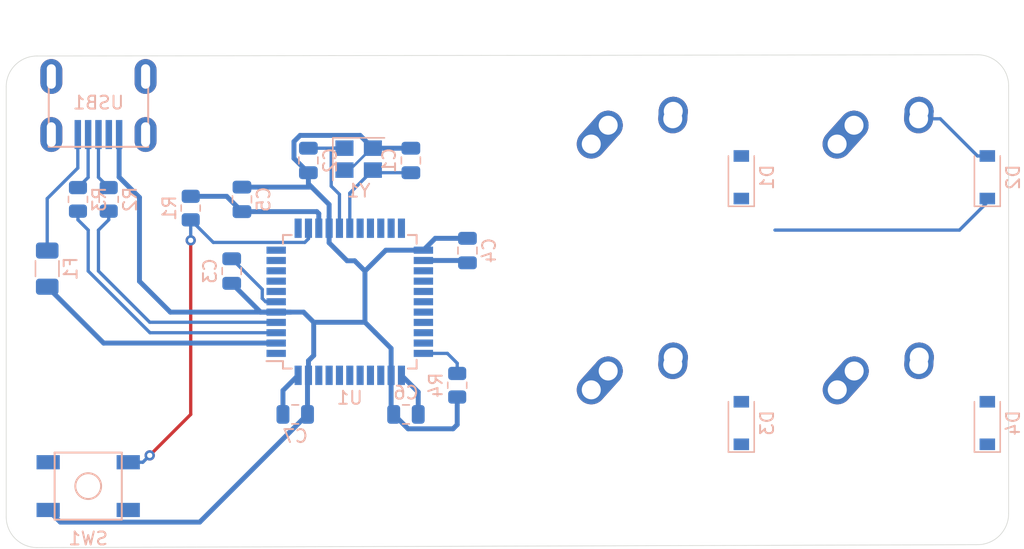
<source format=kicad_pcb>
(kicad_pcb (version 20171130) (host pcbnew "(5.1.10)-1")

  (general
    (thickness 1.6)
    (drawings 8)
    (tracks 123)
    (zones 0)
    (modules 24)
    (nets 45)
  )

  (page A4)
  (layers
    (0 F.Cu signal)
    (31 B.Cu signal)
    (32 B.Adhes user)
    (33 F.Adhes user)
    (34 B.Paste user)
    (35 F.Paste user)
    (36 B.SilkS user)
    (37 F.SilkS user)
    (38 B.Mask user)
    (39 F.Mask user)
    (40 Dwgs.User user)
    (41 Cmts.User user)
    (42 Eco1.User user)
    (43 Eco2.User user)
    (44 Edge.Cuts user)
    (45 Margin user)
    (46 B.CrtYd user)
    (47 F.CrtYd user)
    (48 B.Fab user)
    (49 F.Fab user)
  )

  (setup
    (last_trace_width 0.254)
    (user_trace_width 0.2032)
    (trace_clearance 0.2)
    (zone_clearance 0.508)
    (zone_45_only no)
    (trace_min 0.2)
    (via_size 0.8)
    (via_drill 0.4)
    (via_min_size 0.4)
    (via_min_drill 0.3)
    (uvia_size 0.3)
    (uvia_drill 0.1)
    (uvias_allowed no)
    (uvia_min_size 0.2)
    (uvia_min_drill 0.1)
    (edge_width 0.05)
    (segment_width 0.2)
    (pcb_text_width 0.3)
    (pcb_text_size 1.5 1.5)
    (mod_edge_width 0.12)
    (mod_text_size 1 1)
    (mod_text_width 0.15)
    (pad_size 1.524 1.524)
    (pad_drill 0.762)
    (pad_to_mask_clearance 0)
    (aux_axis_origin 0 0)
    (visible_elements FFFFFF7F)
    (pcbplotparams
      (layerselection 0x010fc_ffffffff)
      (usegerberextensions false)
      (usegerberattributes true)
      (usegerberadvancedattributes true)
      (creategerberjobfile true)
      (excludeedgelayer true)
      (linewidth 0.100000)
      (plotframeref false)
      (viasonmask false)
      (mode 1)
      (useauxorigin false)
      (hpglpennumber 1)
      (hpglpenspeed 20)
      (hpglpendiameter 15.000000)
      (psnegative false)
      (psa4output false)
      (plotreference true)
      (plotvalue true)
      (plotinvisibletext false)
      (padsonsilk false)
      (subtractmaskfromsilk false)
      (outputformat 1)
      (mirror false)
      (drillshape 1)
      (scaleselection 1)
      (outputdirectory ""))
  )

  (net 0 "")
  (net 1 "Net-(C1-Pad2)")
  (net 2 GND)
  (net 3 "Net-(C2-Pad2)")
  (net 4 "Net-(C3-Pad1)")
  (net 5 +5V)
  (net 6 "Net-(D1-Pad2)")
  (net 7 ROW0)
  (net 8 "Net-(D2-Pad2)")
  (net 9 "Net-(D3-Pad2)")
  (net 10 ROW1)
  (net 11 "Net-(D4-Pad2)")
  (net 12 VCC)
  (net 13 COL0)
  (net 14 COL1)
  (net 15 "Net-(R1-Pad2)")
  (net 16 D+)
  (net 17 "Net-(R2-Pad1)")
  (net 18 D-)
  (net 19 "Net-(R3-Pad1)")
  (net 20 "Net-(R4-Pad1)")
  (net 21 "Net-(U1-Pad42)")
  (net 22 "Net-(U1-Pad41)")
  (net 23 "Net-(U1-Pad40)")
  (net 24 "Net-(U1-Pad39)")
  (net 25 "Net-(U1-Pad38)")
  (net 26 "Net-(U1-Pad37)")
  (net 27 "Net-(U1-Pad36)")
  (net 28 "Net-(U1-Pad32)")
  (net 29 "Net-(U1-Pad31)")
  (net 30 "Net-(U1-Pad26)")
  (net 31 "Net-(U1-Pad25)")
  (net 32 "Net-(U1-Pad22)")
  (net 33 "Net-(U1-Pad21)")
  (net 34 "Net-(U1-Pad20)")
  (net 35 "Net-(U1-Pad19)")
  (net 36 "Net-(U1-Pad18)")
  (net 37 "Net-(U1-Pad12)")
  (net 38 "Net-(U1-Pad11)")
  (net 39 "Net-(U1-Pad10)")
  (net 40 "Net-(U1-Pad9)")
  (net 41 "Net-(U1-Pad8)")
  (net 42 "Net-(U1-Pad1)")
  (net 43 "Net-(USB1-Pad6)")
  (net 44 "Net-(USB1-Pad2)")

  (net_class Default "This is the default net class."
    (clearance 0.2)
    (trace_width 0.254)
    (via_dia 0.8)
    (via_drill 0.4)
    (uvia_dia 0.3)
    (uvia_drill 0.1)
    (add_net COL0)
    (add_net COL1)
    (add_net D+)
    (add_net D-)
    (add_net "Net-(C1-Pad2)")
    (add_net "Net-(C2-Pad2)")
    (add_net "Net-(C3-Pad1)")
    (add_net "Net-(D1-Pad2)")
    (add_net "Net-(D2-Pad2)")
    (add_net "Net-(D3-Pad2)")
    (add_net "Net-(D4-Pad2)")
    (add_net "Net-(R1-Pad2)")
    (add_net "Net-(R2-Pad1)")
    (add_net "Net-(R3-Pad1)")
    (add_net "Net-(R4-Pad1)")
    (add_net "Net-(U1-Pad1)")
    (add_net "Net-(U1-Pad10)")
    (add_net "Net-(U1-Pad11)")
    (add_net "Net-(U1-Pad12)")
    (add_net "Net-(U1-Pad18)")
    (add_net "Net-(U1-Pad19)")
    (add_net "Net-(U1-Pad20)")
    (add_net "Net-(U1-Pad21)")
    (add_net "Net-(U1-Pad22)")
    (add_net "Net-(U1-Pad25)")
    (add_net "Net-(U1-Pad26)")
    (add_net "Net-(U1-Pad31)")
    (add_net "Net-(U1-Pad32)")
    (add_net "Net-(U1-Pad36)")
    (add_net "Net-(U1-Pad37)")
    (add_net "Net-(U1-Pad38)")
    (add_net "Net-(U1-Pad39)")
    (add_net "Net-(U1-Pad40)")
    (add_net "Net-(U1-Pad41)")
    (add_net "Net-(U1-Pad42)")
    (add_net "Net-(U1-Pad8)")
    (add_net "Net-(U1-Pad9)")
    (add_net "Net-(USB1-Pad2)")
    (add_net "Net-(USB1-Pad6)")
    (add_net ROW0)
    (add_net ROW1)
    (add_net VCC)
  )

  (net_class Power ""
    (clearance 0.2)
    (trace_width 0.381)
    (via_dia 0.8)
    (via_drill 0.4)
    (uvia_dia 0.3)
    (uvia_drill 0.1)
    (add_net +5V)
    (add_net GND)
  )

  (module Crystal:Crystal_SMD_3225-4Pin_3.2x2.5mm (layer B.Cu) (tedit 5A0FD1B2) (tstamp 60ACFB01)
    (at 96.35 115.15)
    (descr "SMD Crystal SERIES SMD3225/4 http://www.txccrystal.com/images/pdf/7m-accuracy.pdf, 3.2x2.5mm^2 package")
    (tags "SMD SMT crystal")
    (path /60AEAEE0)
    (attr smd)
    (fp_text reference Y1 (at 0 2.45) (layer B.SilkS)
      (effects (font (size 1 1) (thickness 0.15)) (justify mirror))
    )
    (fp_text value 16MHz (at 0 -2.45) (layer B.Fab)
      (effects (font (size 1 1) (thickness 0.15)) (justify mirror))
    )
    (fp_text user %R (at 0 0) (layer B.Fab)
      (effects (font (size 0.7 0.7) (thickness 0.105)) (justify mirror))
    )
    (fp_line (start -1.6 1.25) (end -1.6 -1.25) (layer B.Fab) (width 0.1))
    (fp_line (start -1.6 -1.25) (end 1.6 -1.25) (layer B.Fab) (width 0.1))
    (fp_line (start 1.6 -1.25) (end 1.6 1.25) (layer B.Fab) (width 0.1))
    (fp_line (start 1.6 1.25) (end -1.6 1.25) (layer B.Fab) (width 0.1))
    (fp_line (start -1.6 -0.25) (end -0.6 -1.25) (layer B.Fab) (width 0.1))
    (fp_line (start -2 1.65) (end -2 -1.65) (layer B.SilkS) (width 0.12))
    (fp_line (start -2 -1.65) (end 2 -1.65) (layer B.SilkS) (width 0.12))
    (fp_line (start -2.1 1.7) (end -2.1 -1.7) (layer B.CrtYd) (width 0.05))
    (fp_line (start -2.1 -1.7) (end 2.1 -1.7) (layer B.CrtYd) (width 0.05))
    (fp_line (start 2.1 -1.7) (end 2.1 1.7) (layer B.CrtYd) (width 0.05))
    (fp_line (start 2.1 1.7) (end -2.1 1.7) (layer B.CrtYd) (width 0.05))
    (pad 4 smd rect (at -1.1 0.85) (size 1.4 1.2) (layers B.Cu B.Paste B.Mask)
      (net 2 GND))
    (pad 3 smd rect (at 1.1 0.85) (size 1.4 1.2) (layers B.Cu B.Paste B.Mask)
      (net 1 "Net-(C1-Pad2)"))
    (pad 2 smd rect (at 1.1 -0.85) (size 1.4 1.2) (layers B.Cu B.Paste B.Mask)
      (net 2 GND))
    (pad 1 smd rect (at -1.1 -0.85) (size 1.4 1.2) (layers B.Cu B.Paste B.Mask)
      (net 3 "Net-(C2-Pad2)"))
    (model ${KISYS3DMOD}/Crystal.3dshapes/Crystal_SMD_3225-4Pin_3.2x2.5mm.wrl
      (at (xyz 0 0 0))
      (scale (xyz 1 1 1))
      (rotate (xyz 0 0 0))
    )
  )

  (module random-keyboard-parts:Molex-0548190589 (layer B.Cu) (tedit 5C494815) (tstamp 60AC221C)
    (at 76.2 108.74375 270)
    (path /60B05DB7)
    (attr smd)
    (fp_text reference USB1 (at 2.032 0 180) (layer B.SilkS)
      (effects (font (size 1 1) (thickness 0.15)) (justify mirror))
    )
    (fp_text value Molex-0548190589 (at -5.08 0 180) (layer Dwgs.User)
      (effects (font (size 1 1) (thickness 0.15)))
    )
    (fp_text user %R (at 2 0 180) (layer B.CrtYd)
      (effects (font (size 1 1) (thickness 0.15)) (justify mirror))
    )
    (fp_line (start -3.75 3.85) (end -3.75 -3.85) (layer Dwgs.User) (width 0.15))
    (fp_line (start -1.75 4.572) (end -1.75 -4.572) (layer Dwgs.User) (width 0.15))
    (fp_line (start -3.75 -3.85) (end 0 -3.85) (layer Dwgs.User) (width 0.15))
    (fp_line (start -3.75 3.85) (end 0 3.85) (layer Dwgs.User) (width 0.15))
    (fp_line (start 5.45 3.85) (end 5.45 -3.85) (layer B.SilkS) (width 0.15))
    (fp_line (start 0 -3.85) (end 5.45 -3.85) (layer B.SilkS) (width 0.15))
    (fp_line (start 0 3.85) (end 5.45 3.85) (layer B.SilkS) (width 0.15))
    (fp_line (start -3.75 3.75) (end 5.5 3.75) (layer B.CrtYd) (width 0.15))
    (fp_line (start 5.5 3.75) (end 5.5 -3.75) (layer B.CrtYd) (width 0.15))
    (fp_line (start 5.5 -3.75) (end -3.75 -3.75) (layer B.CrtYd) (width 0.15))
    (fp_line (start -3.75 -3.75) (end -3.75 3.75) (layer B.CrtYd) (width 0.15))
    (fp_line (start 5.5 2) (end 3.25 2) (layer B.CrtYd) (width 0.15))
    (fp_line (start 3.25 2) (end 3.25 -2) (layer B.CrtYd) (width 0.15))
    (fp_line (start 3.25 -2) (end 5.5 -2) (layer B.CrtYd) (width 0.15))
    (fp_line (start 5.5 -1.25) (end 3.25 -1.25) (layer B.CrtYd) (width 0.15))
    (fp_line (start 3.25 -0.5) (end 5.5 -0.5) (layer B.CrtYd) (width 0.15))
    (fp_line (start 5.5 0.5) (end 3.25 0.5) (layer B.CrtYd) (width 0.15))
    (fp_line (start 3.25 1.25) (end 5.5 1.25) (layer B.CrtYd) (width 0.15))
    (pad 6 thru_hole oval (at 0 3.65 270) (size 2.7 1.7) (drill oval 1.9 0.7) (layers *.Cu *.Mask)
      (net 43 "Net-(USB1-Pad6)"))
    (pad 6 thru_hole oval (at 0 -3.65 270) (size 2.7 1.7) (drill oval 1.9 0.7) (layers *.Cu *.Mask)
      (net 43 "Net-(USB1-Pad6)"))
    (pad 6 thru_hole oval (at 4.5 -3.65 270) (size 2.7 1.7) (drill oval 1.9 0.7) (layers *.Cu *.Mask)
      (net 43 "Net-(USB1-Pad6)"))
    (pad 6 thru_hole oval (at 4.5 3.65 270) (size 2.7 1.7) (drill oval 1.9 0.7) (layers *.Cu *.Mask)
      (net 43 "Net-(USB1-Pad6)"))
    (pad 5 smd rect (at 4.5 1.6 270) (size 2.25 0.5) (layers B.Cu B.Paste B.Mask)
      (net 12 VCC))
    (pad 4 smd rect (at 4.5 0.8 270) (size 2.25 0.5) (layers B.Cu B.Paste B.Mask)
      (net 18 D-))
    (pad 3 smd rect (at 4.5 0 270) (size 2.25 0.5) (layers B.Cu B.Paste B.Mask)
      (net 16 D+))
    (pad 2 smd rect (at 4.5 -0.8 270) (size 2.25 0.5) (layers B.Cu B.Paste B.Mask)
      (net 44 "Net-(USB1-Pad2)"))
    (pad 1 smd rect (at 4.5 -1.6 270) (size 2.25 0.5) (layers B.Cu B.Paste B.Mask)
      (net 2 GND))
  )

  (module Package_QFP:TQFP-44_10x10mm_P0.8mm (layer B.Cu) (tedit 5A02F146) (tstamp 60AD0D08)
    (at 95.66275 126.20625)
    (descr "44-Lead Plastic Thin Quad Flatpack (PT) - 10x10x1.0 mm Body [TQFP] (see Microchip Packaging Specification 00000049BS.pdf)")
    (tags "QFP 0.8")
    (path /60ABAA69)
    (attr smd)
    (fp_text reference U1 (at 0 7.45) (layer B.SilkS)
      (effects (font (size 1 1) (thickness 0.15)) (justify mirror))
    )
    (fp_text value ATmega32U4-AU (at 0 -7.45) (layer B.Fab)
      (effects (font (size 1 1) (thickness 0.15)) (justify mirror))
    )
    (fp_text user %R (at 0 0) (layer B.Fab)
      (effects (font (size 1 1) (thickness 0.15)) (justify mirror))
    )
    (fp_line (start -4 5) (end 5 5) (layer B.Fab) (width 0.15))
    (fp_line (start 5 5) (end 5 -5) (layer B.Fab) (width 0.15))
    (fp_line (start 5 -5) (end -5 -5) (layer B.Fab) (width 0.15))
    (fp_line (start -5 -5) (end -5 4) (layer B.Fab) (width 0.15))
    (fp_line (start -5 4) (end -4 5) (layer B.Fab) (width 0.15))
    (fp_line (start -6.7 6.7) (end -6.7 -6.7) (layer B.CrtYd) (width 0.05))
    (fp_line (start 6.7 6.7) (end 6.7 -6.7) (layer B.CrtYd) (width 0.05))
    (fp_line (start -6.7 6.7) (end 6.7 6.7) (layer B.CrtYd) (width 0.05))
    (fp_line (start -6.7 -6.7) (end 6.7 -6.7) (layer B.CrtYd) (width 0.05))
    (fp_line (start -5.175 5.175) (end -5.175 4.6) (layer B.SilkS) (width 0.15))
    (fp_line (start 5.175 5.175) (end 5.175 4.5) (layer B.SilkS) (width 0.15))
    (fp_line (start 5.175 -5.175) (end 5.175 -4.5) (layer B.SilkS) (width 0.15))
    (fp_line (start -5.175 -5.175) (end -5.175 -4.5) (layer B.SilkS) (width 0.15))
    (fp_line (start -5.175 5.175) (end -4.5 5.175) (layer B.SilkS) (width 0.15))
    (fp_line (start -5.175 -5.175) (end -4.5 -5.175) (layer B.SilkS) (width 0.15))
    (fp_line (start 5.175 -5.175) (end 4.5 -5.175) (layer B.SilkS) (width 0.15))
    (fp_line (start 5.175 5.175) (end 4.5 5.175) (layer B.SilkS) (width 0.15))
    (fp_line (start -5.175 4.6) (end -6.45 4.6) (layer B.SilkS) (width 0.15))
    (pad 44 smd rect (at -4 5.7 270) (size 1.5 0.55) (layers B.Cu B.Paste B.Mask)
      (net 5 +5V))
    (pad 43 smd rect (at -3.2 5.7 270) (size 1.5 0.55) (layers B.Cu B.Paste B.Mask)
      (net 2 GND))
    (pad 42 smd rect (at -2.4 5.7 270) (size 1.5 0.55) (layers B.Cu B.Paste B.Mask)
      (net 21 "Net-(U1-Pad42)"))
    (pad 41 smd rect (at -1.6 5.7 270) (size 1.5 0.55) (layers B.Cu B.Paste B.Mask)
      (net 22 "Net-(U1-Pad41)"))
    (pad 40 smd rect (at -0.8 5.7 270) (size 1.5 0.55) (layers B.Cu B.Paste B.Mask)
      (net 23 "Net-(U1-Pad40)"))
    (pad 39 smd rect (at 0 5.7 270) (size 1.5 0.55) (layers B.Cu B.Paste B.Mask)
      (net 24 "Net-(U1-Pad39)"))
    (pad 38 smd rect (at 0.8 5.7 270) (size 1.5 0.55) (layers B.Cu B.Paste B.Mask)
      (net 25 "Net-(U1-Pad38)"))
    (pad 37 smd rect (at 1.6 5.7 270) (size 1.5 0.55) (layers B.Cu B.Paste B.Mask)
      (net 26 "Net-(U1-Pad37)"))
    (pad 36 smd rect (at 2.4 5.7 270) (size 1.5 0.55) (layers B.Cu B.Paste B.Mask)
      (net 27 "Net-(U1-Pad36)"))
    (pad 35 smd rect (at 3.2 5.7 270) (size 1.5 0.55) (layers B.Cu B.Paste B.Mask)
      (net 2 GND))
    (pad 34 smd rect (at 4 5.7 270) (size 1.5 0.55) (layers B.Cu B.Paste B.Mask)
      (net 5 +5V))
    (pad 33 smd rect (at 5.7 4) (size 1.5 0.55) (layers B.Cu B.Paste B.Mask)
      (net 20 "Net-(R4-Pad1)"))
    (pad 32 smd rect (at 5.7 3.2) (size 1.5 0.55) (layers B.Cu B.Paste B.Mask)
      (net 28 "Net-(U1-Pad32)"))
    (pad 31 smd rect (at 5.7 2.4) (size 1.5 0.55) (layers B.Cu B.Paste B.Mask)
      (net 29 "Net-(U1-Pad31)"))
    (pad 30 smd rect (at 5.7 1.6) (size 1.5 0.55) (layers B.Cu B.Paste B.Mask)
      (net 10 ROW1))
    (pad 29 smd rect (at 5.7 0.8) (size 1.5 0.55) (layers B.Cu B.Paste B.Mask)
      (net 14 COL1))
    (pad 28 smd rect (at 5.7 0) (size 1.5 0.55) (layers B.Cu B.Paste B.Mask)
      (net 13 COL0))
    (pad 27 smd rect (at 5.7 -0.8) (size 1.5 0.55) (layers B.Cu B.Paste B.Mask)
      (net 7 ROW0))
    (pad 26 smd rect (at 5.7 -1.6) (size 1.5 0.55) (layers B.Cu B.Paste B.Mask)
      (net 30 "Net-(U1-Pad26)"))
    (pad 25 smd rect (at 5.7 -2.4) (size 1.5 0.55) (layers B.Cu B.Paste B.Mask)
      (net 31 "Net-(U1-Pad25)"))
    (pad 24 smd rect (at 5.7 -3.2) (size 1.5 0.55) (layers B.Cu B.Paste B.Mask)
      (net 5 +5V))
    (pad 23 smd rect (at 5.7 -4) (size 1.5 0.55) (layers B.Cu B.Paste B.Mask)
      (net 2 GND))
    (pad 22 smd rect (at 4 -5.7 270) (size 1.5 0.55) (layers B.Cu B.Paste B.Mask)
      (net 32 "Net-(U1-Pad22)"))
    (pad 21 smd rect (at 3.2 -5.7 270) (size 1.5 0.55) (layers B.Cu B.Paste B.Mask)
      (net 33 "Net-(U1-Pad21)"))
    (pad 20 smd rect (at 2.4 -5.7 270) (size 1.5 0.55) (layers B.Cu B.Paste B.Mask)
      (net 34 "Net-(U1-Pad20)"))
    (pad 19 smd rect (at 1.6 -5.7 270) (size 1.5 0.55) (layers B.Cu B.Paste B.Mask)
      (net 35 "Net-(U1-Pad19)"))
    (pad 18 smd rect (at 0.8 -5.7 270) (size 1.5 0.55) (layers B.Cu B.Paste B.Mask)
      (net 36 "Net-(U1-Pad18)"))
    (pad 17 smd rect (at 0 -5.7 270) (size 1.5 0.55) (layers B.Cu B.Paste B.Mask)
      (net 1 "Net-(C1-Pad2)"))
    (pad 16 smd rect (at -0.8 -5.7 270) (size 1.5 0.55) (layers B.Cu B.Paste B.Mask)
      (net 3 "Net-(C2-Pad2)"))
    (pad 15 smd rect (at -1.6 -5.7 270) (size 1.5 0.55) (layers B.Cu B.Paste B.Mask)
      (net 2 GND))
    (pad 14 smd rect (at -2.4 -5.7 270) (size 1.5 0.55) (layers B.Cu B.Paste B.Mask)
      (net 5 +5V))
    (pad 13 smd rect (at -3.2 -5.7 270) (size 1.5 0.55) (layers B.Cu B.Paste B.Mask)
      (net 15 "Net-(R1-Pad2)"))
    (pad 12 smd rect (at -4 -5.7 270) (size 1.5 0.55) (layers B.Cu B.Paste B.Mask)
      (net 37 "Net-(U1-Pad12)"))
    (pad 11 smd rect (at -5.7 -4) (size 1.5 0.55) (layers B.Cu B.Paste B.Mask)
      (net 38 "Net-(U1-Pad11)"))
    (pad 10 smd rect (at -5.7 -3.2) (size 1.5 0.55) (layers B.Cu B.Paste B.Mask)
      (net 39 "Net-(U1-Pad10)"))
    (pad 9 smd rect (at -5.7 -2.4) (size 1.5 0.55) (layers B.Cu B.Paste B.Mask)
      (net 40 "Net-(U1-Pad9)"))
    (pad 8 smd rect (at -5.7 -1.6) (size 1.5 0.55) (layers B.Cu B.Paste B.Mask)
      (net 41 "Net-(U1-Pad8)"))
    (pad 7 smd rect (at -5.7 -0.8) (size 1.5 0.55) (layers B.Cu B.Paste B.Mask)
      (net 5 +5V))
    (pad 6 smd rect (at -5.7 0) (size 1.5 0.55) (layers B.Cu B.Paste B.Mask)
      (net 4 "Net-(C3-Pad1)"))
    (pad 5 smd rect (at -5.7 0.8) (size 1.5 0.55) (layers B.Cu B.Paste B.Mask)
      (net 2 GND))
    (pad 4 smd rect (at -5.7 1.6) (size 1.5 0.55) (layers B.Cu B.Paste B.Mask)
      (net 17 "Net-(R2-Pad1)"))
    (pad 3 smd rect (at -5.7 2.4) (size 1.5 0.55) (layers B.Cu B.Paste B.Mask)
      (net 19 "Net-(R3-Pad1)"))
    (pad 2 smd rect (at -5.7 3.2) (size 1.5 0.55) (layers B.Cu B.Paste B.Mask)
      (net 5 +5V))
    (pad 1 smd rect (at -5.7 4) (size 1.5 0.55) (layers B.Cu B.Paste B.Mask)
      (net 42 "Net-(U1-Pad1)"))
    (model ${KISYS3DMOD}/Package_QFP.3dshapes/TQFP-44_10x10mm_P0.8mm.wrl
      (at (xyz 0 0 0))
      (scale (xyz 1 1 1))
      (rotate (xyz 0 0 0))
    )
  )

  (module random-keyboard-parts:SKQG-1155865 (layer B.Cu) (tedit 5E62B398) (tstamp 60AC21B9)
    (at 75.40625 140.49375 180)
    (path /60AFB36F)
    (attr smd)
    (fp_text reference SW1 (at 0 -4.064) (layer B.SilkS)
      (effects (font (size 1 1) (thickness 0.15)) (justify mirror))
    )
    (fp_text value SW_Push (at 0 4.064) (layer B.Fab)
      (effects (font (size 1 1) (thickness 0.15)) (justify mirror))
    )
    (fp_line (start -2.6 -1.1) (end -1.1 -2.6) (layer B.Fab) (width 0.15))
    (fp_line (start 2.6 -1.1) (end 1.1 -2.6) (layer B.Fab) (width 0.15))
    (fp_line (start 2.6 1.1) (end 1.1 2.6) (layer B.Fab) (width 0.15))
    (fp_line (start -2.6 1.1) (end -1.1 2.6) (layer B.Fab) (width 0.15))
    (fp_circle (center 0 0) (end 1 0) (layer B.Fab) (width 0.15))
    (fp_line (start -4.2 1.1) (end -4.2 2.6) (layer B.Fab) (width 0.15))
    (fp_line (start -2.6 1.1) (end -4.2 1.1) (layer B.Fab) (width 0.15))
    (fp_line (start -2.6 -1.1) (end -2.6 1.1) (layer B.Fab) (width 0.15))
    (fp_line (start -4.2 -1.1) (end -2.6 -1.1) (layer B.Fab) (width 0.15))
    (fp_line (start -4.2 -2.6) (end -4.2 -1.1) (layer B.Fab) (width 0.15))
    (fp_line (start 4.2 -2.6) (end -4.2 -2.6) (layer B.Fab) (width 0.15))
    (fp_line (start 4.2 -1.1) (end 4.2 -2.6) (layer B.Fab) (width 0.15))
    (fp_line (start 2.6 -1.1) (end 4.2 -1.1) (layer B.Fab) (width 0.15))
    (fp_line (start 2.6 1.1) (end 2.6 -1.1) (layer B.Fab) (width 0.15))
    (fp_line (start 4.2 1.1) (end 2.6 1.1) (layer B.Fab) (width 0.15))
    (fp_line (start 4.2 2.6) (end 4.2 1.2) (layer B.Fab) (width 0.15))
    (fp_line (start -4.2 2.6) (end 4.2 2.6) (layer B.Fab) (width 0.15))
    (fp_circle (center 0 0) (end 1 0) (layer B.SilkS) (width 0.15))
    (fp_line (start -2.6 -2.6) (end -2.6 2.6) (layer B.SilkS) (width 0.15))
    (fp_line (start 2.6 -2.6) (end -2.6 -2.6) (layer B.SilkS) (width 0.15))
    (fp_line (start 2.6 2.6) (end 2.6 -2.6) (layer B.SilkS) (width 0.15))
    (fp_line (start -2.6 2.6) (end 2.6 2.6) (layer B.SilkS) (width 0.15))
    (pad 4 smd rect (at -3.1 -1.85 180) (size 1.8 1.1) (layers B.Cu B.Paste B.Mask))
    (pad 3 smd rect (at 3.1 1.85 180) (size 1.8 1.1) (layers B.Cu B.Paste B.Mask))
    (pad 2 smd rect (at -3.1 1.85 180) (size 1.8 1.1) (layers B.Cu B.Paste B.Mask)
      (net 15 "Net-(R1-Pad2)"))
    (pad 1 smd rect (at 3.1 -1.85 180) (size 1.8 1.1) (layers B.Cu B.Paste B.Mask)
      (net 2 GND))
    (model ${KISYS3DMOD}/Button_Switch_SMD.3dshapes/SW_SPST_TL3342.step
      (at (xyz 0 0 0))
      (scale (xyz 1 1 1))
      (rotate (xyz 0 0 0))
    )
  )

  (module Resistor_SMD:R_0805_2012Metric (layer B.Cu) (tedit 5F68FEEE) (tstamp 60AC219B)
    (at 103.98125 132.675 270)
    (descr "Resistor SMD 0805 (2012 Metric), square (rectangular) end terminal, IPC_7351 nominal, (Body size source: IPC-SM-782 page 72, https://www.pcb-3d.com/wordpress/wp-content/uploads/ipc-sm-782a_amendment_1_and_2.pdf), generated with kicad-footprint-generator")
    (tags resistor)
    (path /60ACE859)
    (attr smd)
    (fp_text reference R4 (at 0 1.65 90) (layer B.SilkS)
      (effects (font (size 1 1) (thickness 0.15)) (justify mirror))
    )
    (fp_text value 10K (at 0 -1.65 90) (layer B.Fab)
      (effects (font (size 1 1) (thickness 0.15)) (justify mirror))
    )
    (fp_text user %R (at 0 0 90) (layer B.Fab)
      (effects (font (size 0.5 0.5) (thickness 0.08)) (justify mirror))
    )
    (fp_line (start -1 -0.625) (end -1 0.625) (layer B.Fab) (width 0.1))
    (fp_line (start -1 0.625) (end 1 0.625) (layer B.Fab) (width 0.1))
    (fp_line (start 1 0.625) (end 1 -0.625) (layer B.Fab) (width 0.1))
    (fp_line (start 1 -0.625) (end -1 -0.625) (layer B.Fab) (width 0.1))
    (fp_line (start -0.227064 0.735) (end 0.227064 0.735) (layer B.SilkS) (width 0.12))
    (fp_line (start -0.227064 -0.735) (end 0.227064 -0.735) (layer B.SilkS) (width 0.12))
    (fp_line (start -1.68 -0.95) (end -1.68 0.95) (layer B.CrtYd) (width 0.05))
    (fp_line (start -1.68 0.95) (end 1.68 0.95) (layer B.CrtYd) (width 0.05))
    (fp_line (start 1.68 0.95) (end 1.68 -0.95) (layer B.CrtYd) (width 0.05))
    (fp_line (start 1.68 -0.95) (end -1.68 -0.95) (layer B.CrtYd) (width 0.05))
    (pad 2 smd roundrect (at 0.9125 0 270) (size 1.025 1.4) (layers B.Cu B.Paste B.Mask) (roundrect_rratio 0.243902)
      (net 2 GND))
    (pad 1 smd roundrect (at -0.9125 0 270) (size 1.025 1.4) (layers B.Cu B.Paste B.Mask) (roundrect_rratio 0.243902)
      (net 20 "Net-(R4-Pad1)"))
    (model ${KISYS3DMOD}/Resistor_SMD.3dshapes/R_0805_2012Metric.wrl
      (at (xyz 0 0 0))
      (scale (xyz 1 1 1))
      (rotate (xyz 0 0 0))
    )
  )

  (module Resistor_SMD:R_0805_2012Metric (layer B.Cu) (tedit 5F68FEEE) (tstamp 60AC218A)
    (at 74.6125 118.26875 90)
    (descr "Resistor SMD 0805 (2012 Metric), square (rectangular) end terminal, IPC_7351 nominal, (Body size source: IPC-SM-782 page 72, https://www.pcb-3d.com/wordpress/wp-content/uploads/ipc-sm-782a_amendment_1_and_2.pdf), generated with kicad-footprint-generator")
    (tags resistor)
    (path /60AD5742)
    (attr smd)
    (fp_text reference R3 (at 0 1.65 90) (layer B.SilkS)
      (effects (font (size 1 1) (thickness 0.15)) (justify mirror))
    )
    (fp_text value 22 (at 0 -1.65 90) (layer B.Fab)
      (effects (font (size 1 1) (thickness 0.15)) (justify mirror))
    )
    (fp_text user %R (at 0 0 90) (layer B.Fab)
      (effects (font (size 0.5 0.5) (thickness 0.08)) (justify mirror))
    )
    (fp_line (start -1 -0.625) (end -1 0.625) (layer B.Fab) (width 0.1))
    (fp_line (start -1 0.625) (end 1 0.625) (layer B.Fab) (width 0.1))
    (fp_line (start 1 0.625) (end 1 -0.625) (layer B.Fab) (width 0.1))
    (fp_line (start 1 -0.625) (end -1 -0.625) (layer B.Fab) (width 0.1))
    (fp_line (start -0.227064 0.735) (end 0.227064 0.735) (layer B.SilkS) (width 0.12))
    (fp_line (start -0.227064 -0.735) (end 0.227064 -0.735) (layer B.SilkS) (width 0.12))
    (fp_line (start -1.68 -0.95) (end -1.68 0.95) (layer B.CrtYd) (width 0.05))
    (fp_line (start -1.68 0.95) (end 1.68 0.95) (layer B.CrtYd) (width 0.05))
    (fp_line (start 1.68 0.95) (end 1.68 -0.95) (layer B.CrtYd) (width 0.05))
    (fp_line (start 1.68 -0.95) (end -1.68 -0.95) (layer B.CrtYd) (width 0.05))
    (pad 2 smd roundrect (at 0.9125 0 90) (size 1.025 1.4) (layers B.Cu B.Paste B.Mask) (roundrect_rratio 0.243902)
      (net 18 D-))
    (pad 1 smd roundrect (at -0.9125 0 90) (size 1.025 1.4) (layers B.Cu B.Paste B.Mask) (roundrect_rratio 0.243902)
      (net 19 "Net-(R3-Pad1)"))
    (model ${KISYS3DMOD}/Resistor_SMD.3dshapes/R_0805_2012Metric.wrl
      (at (xyz 0 0 0))
      (scale (xyz 1 1 1))
      (rotate (xyz 0 0 0))
    )
  )

  (module Resistor_SMD:R_0805_2012Metric (layer B.Cu) (tedit 5F68FEEE) (tstamp 60AC2179)
    (at 76.99375 118.26875 90)
    (descr "Resistor SMD 0805 (2012 Metric), square (rectangular) end terminal, IPC_7351 nominal, (Body size source: IPC-SM-782 page 72, https://www.pcb-3d.com/wordpress/wp-content/uploads/ipc-sm-782a_amendment_1_and_2.pdf), generated with kicad-footprint-generator")
    (tags resistor)
    (path /60AD4C5A)
    (attr smd)
    (fp_text reference R2 (at 0 1.65 90) (layer B.SilkS)
      (effects (font (size 1 1) (thickness 0.15)) (justify mirror))
    )
    (fp_text value 22 (at 0 -1.65 90) (layer B.Fab)
      (effects (font (size 1 1) (thickness 0.15)) (justify mirror))
    )
    (fp_text user %R (at 0 0 90) (layer B.Fab)
      (effects (font (size 0.5 0.5) (thickness 0.08)) (justify mirror))
    )
    (fp_line (start -1 -0.625) (end -1 0.625) (layer B.Fab) (width 0.1))
    (fp_line (start -1 0.625) (end 1 0.625) (layer B.Fab) (width 0.1))
    (fp_line (start 1 0.625) (end 1 -0.625) (layer B.Fab) (width 0.1))
    (fp_line (start 1 -0.625) (end -1 -0.625) (layer B.Fab) (width 0.1))
    (fp_line (start -0.227064 0.735) (end 0.227064 0.735) (layer B.SilkS) (width 0.12))
    (fp_line (start -0.227064 -0.735) (end 0.227064 -0.735) (layer B.SilkS) (width 0.12))
    (fp_line (start -1.68 -0.95) (end -1.68 0.95) (layer B.CrtYd) (width 0.05))
    (fp_line (start -1.68 0.95) (end 1.68 0.95) (layer B.CrtYd) (width 0.05))
    (fp_line (start 1.68 0.95) (end 1.68 -0.95) (layer B.CrtYd) (width 0.05))
    (fp_line (start 1.68 -0.95) (end -1.68 -0.95) (layer B.CrtYd) (width 0.05))
    (pad 2 smd roundrect (at 0.9125 0 90) (size 1.025 1.4) (layers B.Cu B.Paste B.Mask) (roundrect_rratio 0.243902)
      (net 16 D+))
    (pad 1 smd roundrect (at -0.9125 0 90) (size 1.025 1.4) (layers B.Cu B.Paste B.Mask) (roundrect_rratio 0.243902)
      (net 17 "Net-(R2-Pad1)"))
    (model ${KISYS3DMOD}/Resistor_SMD.3dshapes/R_0805_2012Metric.wrl
      (at (xyz 0 0 0))
      (scale (xyz 1 1 1))
      (rotate (xyz 0 0 0))
    )
  )

  (module Resistor_SMD:R_0805_2012Metric (layer B.Cu) (tedit 5F68FEEE) (tstamp 60AC2168)
    (at 83.34375 118.94375 270)
    (descr "Resistor SMD 0805 (2012 Metric), square (rectangular) end terminal, IPC_7351 nominal, (Body size source: IPC-SM-782 page 72, https://www.pcb-3d.com/wordpress/wp-content/uploads/ipc-sm-782a_amendment_1_and_2.pdf), generated with kicad-footprint-generator")
    (tags resistor)
    (path /60AFDBA2)
    (attr smd)
    (fp_text reference R1 (at 0 1.65 90) (layer B.SilkS)
      (effects (font (size 1 1) (thickness 0.15)) (justify mirror))
    )
    (fp_text value 10k (at 0 -1.65 90) (layer B.Fab)
      (effects (font (size 1 1) (thickness 0.15)) (justify mirror))
    )
    (fp_text user %R (at 0 0 90) (layer B.Fab)
      (effects (font (size 0.5 0.5) (thickness 0.08)) (justify mirror))
    )
    (fp_line (start -1 -0.625) (end -1 0.625) (layer B.Fab) (width 0.1))
    (fp_line (start -1 0.625) (end 1 0.625) (layer B.Fab) (width 0.1))
    (fp_line (start 1 0.625) (end 1 -0.625) (layer B.Fab) (width 0.1))
    (fp_line (start 1 -0.625) (end -1 -0.625) (layer B.Fab) (width 0.1))
    (fp_line (start -0.227064 0.735) (end 0.227064 0.735) (layer B.SilkS) (width 0.12))
    (fp_line (start -0.227064 -0.735) (end 0.227064 -0.735) (layer B.SilkS) (width 0.12))
    (fp_line (start -1.68 -0.95) (end -1.68 0.95) (layer B.CrtYd) (width 0.05))
    (fp_line (start -1.68 0.95) (end 1.68 0.95) (layer B.CrtYd) (width 0.05))
    (fp_line (start 1.68 0.95) (end 1.68 -0.95) (layer B.CrtYd) (width 0.05))
    (fp_line (start 1.68 -0.95) (end -1.68 -0.95) (layer B.CrtYd) (width 0.05))
    (pad 2 smd roundrect (at 0.9125 0 270) (size 1.025 1.4) (layers B.Cu B.Paste B.Mask) (roundrect_rratio 0.243902)
      (net 15 "Net-(R1-Pad2)"))
    (pad 1 smd roundrect (at -0.9125 0 270) (size 1.025 1.4) (layers B.Cu B.Paste B.Mask) (roundrect_rratio 0.243902)
      (net 5 +5V))
    (model ${KISYS3DMOD}/Resistor_SMD.3dshapes/R_0805_2012Metric.wrl
      (at (xyz 0 0 0))
      (scale (xyz 1 1 1))
      (rotate (xyz 0 0 0))
    )
  )

  (module MX_Alps_Hybrid:MX-1U-NoLED (layer F.Cu) (tedit 5A9F5203) (tstamp 60AC2157)
    (at 137.2235 135.5725)
    (path /60B29310)
    (fp_text reference MX4 (at 0 3.175) (layer Dwgs.User)
      (effects (font (size 1 1) (thickness 0.15)))
    )
    (fp_text value MX-NoLED (at 0 -7.9375) (layer Dwgs.User)
      (effects (font (size 1 1) (thickness 0.15)))
    )
    (fp_line (start 5 -7) (end 7 -7) (layer Dwgs.User) (width 0.15))
    (fp_line (start 7 -7) (end 7 -5) (layer Dwgs.User) (width 0.15))
    (fp_line (start 5 7) (end 7 7) (layer Dwgs.User) (width 0.15))
    (fp_line (start 7 7) (end 7 5) (layer Dwgs.User) (width 0.15))
    (fp_line (start -7 5) (end -7 7) (layer Dwgs.User) (width 0.15))
    (fp_line (start -7 7) (end -5 7) (layer Dwgs.User) (width 0.15))
    (fp_line (start -5 -7) (end -7 -7) (layer Dwgs.User) (width 0.15))
    (fp_line (start -7 -7) (end -7 -5) (layer Dwgs.User) (width 0.15))
    (fp_line (start -9.525 -9.525) (end 9.525 -9.525) (layer Dwgs.User) (width 0.15))
    (fp_line (start 9.525 -9.525) (end 9.525 9.525) (layer Dwgs.User) (width 0.15))
    (fp_line (start 9.525 9.525) (end -9.525 9.525) (layer Dwgs.User) (width 0.15))
    (fp_line (start -9.525 9.525) (end -9.525 -9.525) (layer Dwgs.User) (width 0.15))
    (pad "" np_thru_hole circle (at 5.08 0 48.0996) (size 1.75 1.75) (drill 1.75) (layers *.Cu *.Mask))
    (pad "" np_thru_hole circle (at -5.08 0 48.0996) (size 1.75 1.75) (drill 1.75) (layers *.Cu *.Mask))
    (pad 1 thru_hole circle (at -2.5 -4) (size 2.25 2.25) (drill 1.47) (layers *.Cu B.Mask)
      (net 14 COL1))
    (pad "" np_thru_hole circle (at 0 0) (size 3.9878 3.9878) (drill 3.9878) (layers *.Cu *.Mask))
    (pad 1 thru_hole oval (at -3.81 -2.54 48.0996) (size 4.211556 2.25) (drill 1.47 (offset 0.980778 0)) (layers *.Cu B.Mask)
      (net 14 COL1))
    (pad 2 thru_hole circle (at 2.54 -5.08) (size 2.25 2.25) (drill 1.47) (layers *.Cu B.Mask)
      (net 11 "Net-(D4-Pad2)"))
    (pad 2 thru_hole oval (at 2.5 -4.5 86.0548) (size 2.831378 2.25) (drill 1.47 (offset 0.290689 0)) (layers *.Cu B.Mask)
      (net 11 "Net-(D4-Pad2)"))
  )

  (module MX_Alps_Hybrid:MX-1U-NoLED (layer F.Cu) (tedit 5A9F5203) (tstamp 60AC2140)
    (at 118.1735 135.5725)
    (path /60B292FB)
    (fp_text reference MX3 (at 0 3.175) (layer Dwgs.User)
      (effects (font (size 1 1) (thickness 0.15)))
    )
    (fp_text value MX-NoLED (at 0 -7.9375) (layer Dwgs.User)
      (effects (font (size 1 1) (thickness 0.15)))
    )
    (fp_line (start 5 -7) (end 7 -7) (layer Dwgs.User) (width 0.15))
    (fp_line (start 7 -7) (end 7 -5) (layer Dwgs.User) (width 0.15))
    (fp_line (start 5 7) (end 7 7) (layer Dwgs.User) (width 0.15))
    (fp_line (start 7 7) (end 7 5) (layer Dwgs.User) (width 0.15))
    (fp_line (start -7 5) (end -7 7) (layer Dwgs.User) (width 0.15))
    (fp_line (start -7 7) (end -5 7) (layer Dwgs.User) (width 0.15))
    (fp_line (start -5 -7) (end -7 -7) (layer Dwgs.User) (width 0.15))
    (fp_line (start -7 -7) (end -7 -5) (layer Dwgs.User) (width 0.15))
    (fp_line (start -9.525 -9.525) (end 9.525 -9.525) (layer Dwgs.User) (width 0.15))
    (fp_line (start 9.525 -9.525) (end 9.525 9.525) (layer Dwgs.User) (width 0.15))
    (fp_line (start 9.525 9.525) (end -9.525 9.525) (layer Dwgs.User) (width 0.15))
    (fp_line (start -9.525 9.525) (end -9.525 -9.525) (layer Dwgs.User) (width 0.15))
    (pad "" np_thru_hole circle (at 5.08 0 48.0996) (size 1.75 1.75) (drill 1.75) (layers *.Cu *.Mask))
    (pad "" np_thru_hole circle (at -5.08 0 48.0996) (size 1.75 1.75) (drill 1.75) (layers *.Cu *.Mask))
    (pad 1 thru_hole circle (at -2.5 -4) (size 2.25 2.25) (drill 1.47) (layers *.Cu B.Mask)
      (net 13 COL0))
    (pad "" np_thru_hole circle (at 0 0) (size 3.9878 3.9878) (drill 3.9878) (layers *.Cu *.Mask))
    (pad 1 thru_hole oval (at -3.81 -2.54 48.0996) (size 4.211556 2.25) (drill 1.47 (offset 0.980778 0)) (layers *.Cu B.Mask)
      (net 13 COL0))
    (pad 2 thru_hole circle (at 2.54 -5.08) (size 2.25 2.25) (drill 1.47) (layers *.Cu B.Mask)
      (net 9 "Net-(D3-Pad2)"))
    (pad 2 thru_hole oval (at 2.5 -4.5 86.0548) (size 2.831378 2.25) (drill 1.47 (offset 0.290689 0)) (layers *.Cu B.Mask)
      (net 9 "Net-(D3-Pad2)"))
  )

  (module MX_Alps_Hybrid:MX-1U-NoLED (layer F.Cu) (tedit 5A9F5203) (tstamp 60AD0860)
    (at 137.2105 116.5225)
    (path /60B26BF9)
    (fp_text reference MX2 (at 0 3.175) (layer Dwgs.User)
      (effects (font (size 1 1) (thickness 0.15)))
    )
    (fp_text value MX-NoLED (at 0 -7.9375) (layer Dwgs.User)
      (effects (font (size 1 1) (thickness 0.15)))
    )
    (fp_line (start 5 -7) (end 7 -7) (layer Dwgs.User) (width 0.15))
    (fp_line (start 7 -7) (end 7 -5) (layer Dwgs.User) (width 0.15))
    (fp_line (start 5 7) (end 7 7) (layer Dwgs.User) (width 0.15))
    (fp_line (start 7 7) (end 7 5) (layer Dwgs.User) (width 0.15))
    (fp_line (start -7 5) (end -7 7) (layer Dwgs.User) (width 0.15))
    (fp_line (start -7 7) (end -5 7) (layer Dwgs.User) (width 0.15))
    (fp_line (start -5 -7) (end -7 -7) (layer Dwgs.User) (width 0.15))
    (fp_line (start -7 -7) (end -7 -5) (layer Dwgs.User) (width 0.15))
    (fp_line (start -9.525 -9.525) (end 9.525 -9.525) (layer Dwgs.User) (width 0.15))
    (fp_line (start 9.525 -9.525) (end 9.525 9.525) (layer Dwgs.User) (width 0.15))
    (fp_line (start 9.525 9.525) (end -9.525 9.525) (layer Dwgs.User) (width 0.15))
    (fp_line (start -9.525 9.525) (end -9.525 -9.525) (layer Dwgs.User) (width 0.15))
    (pad "" np_thru_hole circle (at 5.08 0 48.0996) (size 1.75 1.75) (drill 1.75) (layers *.Cu *.Mask))
    (pad "" np_thru_hole circle (at -5.08 0 48.0996) (size 1.75 1.75) (drill 1.75) (layers *.Cu *.Mask))
    (pad 1 thru_hole circle (at -2.5 -4) (size 2.25 2.25) (drill 1.47) (layers *.Cu B.Mask)
      (net 14 COL1))
    (pad "" np_thru_hole circle (at 0 0) (size 3.9878 3.9878) (drill 3.9878) (layers *.Cu *.Mask))
    (pad 1 thru_hole oval (at -3.81 -2.54 48.0996) (size 4.211556 2.25) (drill 1.47 (offset 0.980778 0)) (layers *.Cu B.Mask)
      (net 14 COL1))
    (pad 2 thru_hole circle (at 2.54 -5.08) (size 2.25 2.25) (drill 1.47) (layers *.Cu B.Mask)
      (net 8 "Net-(D2-Pad2)"))
    (pad 2 thru_hole oval (at 2.5 -4.5 86.0548) (size 2.831378 2.25) (drill 1.47 (offset 0.290689 0)) (layers *.Cu B.Mask)
      (net 8 "Net-(D2-Pad2)"))
  )

  (module MX_Alps_Hybrid:MX-1U-NoLED (layer F.Cu) (tedit 5A9F5203) (tstamp 60AC2112)
    (at 118.1735 116.5225)
    (path /60B24CBD)
    (fp_text reference MX1 (at 0 3.175) (layer Dwgs.User)
      (effects (font (size 1 1) (thickness 0.15)))
    )
    (fp_text value MX-NoLED (at 0 -7.9375) (layer Dwgs.User)
      (effects (font (size 1 1) (thickness 0.15)))
    )
    (fp_line (start 5 -7) (end 7 -7) (layer Dwgs.User) (width 0.15))
    (fp_line (start 7 -7) (end 7 -5) (layer Dwgs.User) (width 0.15))
    (fp_line (start 5 7) (end 7 7) (layer Dwgs.User) (width 0.15))
    (fp_line (start 7 7) (end 7 5) (layer Dwgs.User) (width 0.15))
    (fp_line (start -7 5) (end -7 7) (layer Dwgs.User) (width 0.15))
    (fp_line (start -7 7) (end -5 7) (layer Dwgs.User) (width 0.15))
    (fp_line (start -5 -7) (end -7 -7) (layer Dwgs.User) (width 0.15))
    (fp_line (start -7 -7) (end -7 -5) (layer Dwgs.User) (width 0.15))
    (fp_line (start -9.525 -9.525) (end 9.525 -9.525) (layer Dwgs.User) (width 0.15))
    (fp_line (start 9.525 -9.525) (end 9.525 9.525) (layer Dwgs.User) (width 0.15))
    (fp_line (start 9.525 9.525) (end -9.525 9.525) (layer Dwgs.User) (width 0.15))
    (fp_line (start -9.525 9.525) (end -9.525 -9.525) (layer Dwgs.User) (width 0.15))
    (pad "" np_thru_hole circle (at 5.08 0 48.0996) (size 1.75 1.75) (drill 1.75) (layers *.Cu *.Mask))
    (pad "" np_thru_hole circle (at -5.08 0 48.0996) (size 1.75 1.75) (drill 1.75) (layers *.Cu *.Mask))
    (pad 1 thru_hole circle (at -2.5 -4) (size 2.25 2.25) (drill 1.47) (layers *.Cu B.Mask)
      (net 13 COL0))
    (pad "" np_thru_hole circle (at 0 0) (size 3.9878 3.9878) (drill 3.9878) (layers *.Cu *.Mask))
    (pad 1 thru_hole oval (at -3.81 -2.54 48.0996) (size 4.211556 2.25) (drill 1.47 (offset 0.980778 0)) (layers *.Cu B.Mask)
      (net 13 COL0))
    (pad 2 thru_hole circle (at 2.54 -5.08) (size 2.25 2.25) (drill 1.47) (layers *.Cu B.Mask)
      (net 6 "Net-(D1-Pad2)"))
    (pad 2 thru_hole oval (at 2.5 -4.5 86.0548) (size 2.831378 2.25) (drill 1.47 (offset 0.290689 0)) (layers *.Cu B.Mask)
      (net 6 "Net-(D1-Pad2)"))
  )

  (module Fuse:Fuse_1206_3216Metric (layer B.Cu) (tedit 5F68FEF1) (tstamp 60AD0D9C)
    (at 72.23125 123.6375 90)
    (descr "Fuse SMD 1206 (3216 Metric), square (rectangular) end terminal, IPC_7351 nominal, (Body size source: http://www.tortai-tech.com/upload/download/2011102023233369053.pdf), generated with kicad-footprint-generator")
    (tags fuse)
    (path /60B07A2E)
    (attr smd)
    (fp_text reference F1 (at 0 1.82 90) (layer B.SilkS)
      (effects (font (size 1 1) (thickness 0.15)) (justify mirror))
    )
    (fp_text value 500ma (at 0 -1.82 90) (layer B.Fab)
      (effects (font (size 1 1) (thickness 0.15)) (justify mirror))
    )
    (fp_text user %R (at 0 0 90) (layer B.Fab)
      (effects (font (size 0.8 0.8) (thickness 0.12)) (justify mirror))
    )
    (fp_line (start -1.6 -0.8) (end -1.6 0.8) (layer B.Fab) (width 0.1))
    (fp_line (start -1.6 0.8) (end 1.6 0.8) (layer B.Fab) (width 0.1))
    (fp_line (start 1.6 0.8) (end 1.6 -0.8) (layer B.Fab) (width 0.1))
    (fp_line (start 1.6 -0.8) (end -1.6 -0.8) (layer B.Fab) (width 0.1))
    (fp_line (start -0.602064 0.91) (end 0.602064 0.91) (layer B.SilkS) (width 0.12))
    (fp_line (start -0.602064 -0.91) (end 0.602064 -0.91) (layer B.SilkS) (width 0.12))
    (fp_line (start -2.28 -1.12) (end -2.28 1.12) (layer B.CrtYd) (width 0.05))
    (fp_line (start -2.28 1.12) (end 2.28 1.12) (layer B.CrtYd) (width 0.05))
    (fp_line (start 2.28 1.12) (end 2.28 -1.12) (layer B.CrtYd) (width 0.05))
    (fp_line (start 2.28 -1.12) (end -2.28 -1.12) (layer B.CrtYd) (width 0.05))
    (pad 2 smd roundrect (at 1.4 0 90) (size 1.25 1.75) (layers B.Cu B.Paste B.Mask) (roundrect_rratio 0.2)
      (net 12 VCC))
    (pad 1 smd roundrect (at -1.4 0 90) (size 1.25 1.75) (layers B.Cu B.Paste B.Mask) (roundrect_rratio 0.2)
      (net 5 +5V))
    (model ${KISYS3DMOD}/Fuse.3dshapes/Fuse_1206_3216Metric.wrl
      (at (xyz 0 0 0))
      (scale (xyz 1 1 1))
      (rotate (xyz 0 0 0))
    )
  )

  (module Diode_SMD:D_SOD-123 (layer B.Cu) (tedit 58645DC7) (tstamp 60AC20EA)
    (at 145.034 135.60425 90)
    (descr SOD-123)
    (tags SOD-123)
    (path /60B29306)
    (attr smd)
    (fp_text reference D4 (at 0 2 -90) (layer B.SilkS)
      (effects (font (size 1 1) (thickness 0.15)) (justify mirror))
    )
    (fp_text value D_Small (at 0 -2.1 -90) (layer B.Fab)
      (effects (font (size 1 1) (thickness 0.15)) (justify mirror))
    )
    (fp_text user %R (at 0 2 -90) (layer B.Fab)
      (effects (font (size 1 1) (thickness 0.15)) (justify mirror))
    )
    (fp_line (start -2.25 1) (end -2.25 -1) (layer B.SilkS) (width 0.12))
    (fp_line (start 0.25 0) (end 0.75 0) (layer B.Fab) (width 0.1))
    (fp_line (start 0.25 -0.4) (end -0.35 0) (layer B.Fab) (width 0.1))
    (fp_line (start 0.25 0.4) (end 0.25 -0.4) (layer B.Fab) (width 0.1))
    (fp_line (start -0.35 0) (end 0.25 0.4) (layer B.Fab) (width 0.1))
    (fp_line (start -0.35 0) (end -0.35 -0.55) (layer B.Fab) (width 0.1))
    (fp_line (start -0.35 0) (end -0.35 0.55) (layer B.Fab) (width 0.1))
    (fp_line (start -0.75 0) (end -0.35 0) (layer B.Fab) (width 0.1))
    (fp_line (start -1.4 -0.9) (end -1.4 0.9) (layer B.Fab) (width 0.1))
    (fp_line (start 1.4 -0.9) (end -1.4 -0.9) (layer B.Fab) (width 0.1))
    (fp_line (start 1.4 0.9) (end 1.4 -0.9) (layer B.Fab) (width 0.1))
    (fp_line (start -1.4 0.9) (end 1.4 0.9) (layer B.Fab) (width 0.1))
    (fp_line (start -2.35 1.15) (end 2.35 1.15) (layer B.CrtYd) (width 0.05))
    (fp_line (start 2.35 1.15) (end 2.35 -1.15) (layer B.CrtYd) (width 0.05))
    (fp_line (start 2.35 -1.15) (end -2.35 -1.15) (layer B.CrtYd) (width 0.05))
    (fp_line (start -2.35 1.15) (end -2.35 -1.15) (layer B.CrtYd) (width 0.05))
    (fp_line (start -2.25 -1) (end 1.65 -1) (layer B.SilkS) (width 0.12))
    (fp_line (start -2.25 1) (end 1.65 1) (layer B.SilkS) (width 0.12))
    (pad 2 smd rect (at 1.65 0 90) (size 0.9 1.2) (layers B.Cu B.Paste B.Mask)
      (net 11 "Net-(D4-Pad2)"))
    (pad 1 smd rect (at -1.65 0 90) (size 0.9 1.2) (layers B.Cu B.Paste B.Mask)
      (net 10 ROW1))
    (model ${KISYS3DMOD}/Diode_SMD.3dshapes/D_SOD-123.wrl
      (at (xyz 0 0 0))
      (scale (xyz 1 1 1))
      (rotate (xyz 0 0 0))
    )
  )

  (module Diode_SMD:D_SOD-123 (layer B.Cu) (tedit 58645DC7) (tstamp 60AC20D1)
    (at 125.984 135.60425 90)
    (descr SOD-123)
    (tags SOD-123)
    (path /60B292F1)
    (attr smd)
    (fp_text reference D3 (at 0 2 90) (layer B.SilkS)
      (effects (font (size 1 1) (thickness 0.15)) (justify mirror))
    )
    (fp_text value D_Small (at 0 -2.1 90) (layer B.Fab)
      (effects (font (size 1 1) (thickness 0.15)) (justify mirror))
    )
    (fp_text user %R (at 0 2 90) (layer B.Fab)
      (effects (font (size 1 1) (thickness 0.15)) (justify mirror))
    )
    (fp_line (start -2.25 1) (end -2.25 -1) (layer B.SilkS) (width 0.12))
    (fp_line (start 0.25 0) (end 0.75 0) (layer B.Fab) (width 0.1))
    (fp_line (start 0.25 -0.4) (end -0.35 0) (layer B.Fab) (width 0.1))
    (fp_line (start 0.25 0.4) (end 0.25 -0.4) (layer B.Fab) (width 0.1))
    (fp_line (start -0.35 0) (end 0.25 0.4) (layer B.Fab) (width 0.1))
    (fp_line (start -0.35 0) (end -0.35 -0.55) (layer B.Fab) (width 0.1))
    (fp_line (start -0.35 0) (end -0.35 0.55) (layer B.Fab) (width 0.1))
    (fp_line (start -0.75 0) (end -0.35 0) (layer B.Fab) (width 0.1))
    (fp_line (start -1.4 -0.9) (end -1.4 0.9) (layer B.Fab) (width 0.1))
    (fp_line (start 1.4 -0.9) (end -1.4 -0.9) (layer B.Fab) (width 0.1))
    (fp_line (start 1.4 0.9) (end 1.4 -0.9) (layer B.Fab) (width 0.1))
    (fp_line (start -1.4 0.9) (end 1.4 0.9) (layer B.Fab) (width 0.1))
    (fp_line (start -2.35 1.15) (end 2.35 1.15) (layer B.CrtYd) (width 0.05))
    (fp_line (start 2.35 1.15) (end 2.35 -1.15) (layer B.CrtYd) (width 0.05))
    (fp_line (start 2.35 -1.15) (end -2.35 -1.15) (layer B.CrtYd) (width 0.05))
    (fp_line (start -2.35 1.15) (end -2.35 -1.15) (layer B.CrtYd) (width 0.05))
    (fp_line (start -2.25 -1) (end 1.65 -1) (layer B.SilkS) (width 0.12))
    (fp_line (start -2.25 1) (end 1.65 1) (layer B.SilkS) (width 0.12))
    (pad 2 smd rect (at 1.65 0 90) (size 0.9 1.2) (layers B.Cu B.Paste B.Mask)
      (net 9 "Net-(D3-Pad2)"))
    (pad 1 smd rect (at -1.65 0 90) (size 0.9 1.2) (layers B.Cu B.Paste B.Mask)
      (net 10 ROW1))
    (model ${KISYS3DMOD}/Diode_SMD.3dshapes/D_SOD-123.wrl
      (at (xyz 0 0 0))
      (scale (xyz 1 1 1))
      (rotate (xyz 0 0 0))
    )
  )

  (module Diode_SMD:D_SOD-123 (layer B.Cu) (tedit 58645DC7) (tstamp 60AC20B8)
    (at 145.034 116.55425 90)
    (descr SOD-123)
    (tags SOD-123)
    (path /60B26BEF)
    (attr smd)
    (fp_text reference D2 (at 0 2 90) (layer B.SilkS)
      (effects (font (size 1 1) (thickness 0.15)) (justify mirror))
    )
    (fp_text value D_Small (at 0 -2.1 90) (layer B.Fab)
      (effects (font (size 1 1) (thickness 0.15)) (justify mirror))
    )
    (fp_text user %R (at 0 2 90) (layer B.Fab)
      (effects (font (size 1 1) (thickness 0.15)) (justify mirror))
    )
    (fp_line (start -2.25 1) (end -2.25 -1) (layer B.SilkS) (width 0.12))
    (fp_line (start 0.25 0) (end 0.75 0) (layer B.Fab) (width 0.1))
    (fp_line (start 0.25 -0.4) (end -0.35 0) (layer B.Fab) (width 0.1))
    (fp_line (start 0.25 0.4) (end 0.25 -0.4) (layer B.Fab) (width 0.1))
    (fp_line (start -0.35 0) (end 0.25 0.4) (layer B.Fab) (width 0.1))
    (fp_line (start -0.35 0) (end -0.35 -0.55) (layer B.Fab) (width 0.1))
    (fp_line (start -0.35 0) (end -0.35 0.55) (layer B.Fab) (width 0.1))
    (fp_line (start -0.75 0) (end -0.35 0) (layer B.Fab) (width 0.1))
    (fp_line (start -1.4 -0.9) (end -1.4 0.9) (layer B.Fab) (width 0.1))
    (fp_line (start 1.4 -0.9) (end -1.4 -0.9) (layer B.Fab) (width 0.1))
    (fp_line (start 1.4 0.9) (end 1.4 -0.9) (layer B.Fab) (width 0.1))
    (fp_line (start -1.4 0.9) (end 1.4 0.9) (layer B.Fab) (width 0.1))
    (fp_line (start -2.35 1.15) (end 2.35 1.15) (layer B.CrtYd) (width 0.05))
    (fp_line (start 2.35 1.15) (end 2.35 -1.15) (layer B.CrtYd) (width 0.05))
    (fp_line (start 2.35 -1.15) (end -2.35 -1.15) (layer B.CrtYd) (width 0.05))
    (fp_line (start -2.35 1.15) (end -2.35 -1.15) (layer B.CrtYd) (width 0.05))
    (fp_line (start -2.25 -1) (end 1.65 -1) (layer B.SilkS) (width 0.12))
    (fp_line (start -2.25 1) (end 1.65 1) (layer B.SilkS) (width 0.12))
    (pad 2 smd rect (at 1.65 0 90) (size 0.9 1.2) (layers B.Cu B.Paste B.Mask)
      (net 8 "Net-(D2-Pad2)"))
    (pad 1 smd rect (at -1.65 0 90) (size 0.9 1.2) (layers B.Cu B.Paste B.Mask)
      (net 7 ROW0))
    (model ${KISYS3DMOD}/Diode_SMD.3dshapes/D_SOD-123.wrl
      (at (xyz 0 0 0))
      (scale (xyz 1 1 1))
      (rotate (xyz 0 0 0))
    )
  )

  (module Diode_SMD:D_SOD-123 (layer B.Cu) (tedit 58645DC7) (tstamp 60AC209F)
    (at 125.984 116.55425 90)
    (descr SOD-123)
    (tags SOD-123)
    (path /60B1ADA0)
    (attr smd)
    (fp_text reference D1 (at 0 2 90) (layer B.SilkS)
      (effects (font (size 1 1) (thickness 0.15)) (justify mirror))
    )
    (fp_text value D_Small (at 0 -2.1 90) (layer B.Fab)
      (effects (font (size 1 1) (thickness 0.15)) (justify mirror))
    )
    (fp_text user %R (at 0 2 90) (layer B.Fab)
      (effects (font (size 1 1) (thickness 0.15)) (justify mirror))
    )
    (fp_line (start -2.25 1) (end -2.25 -1) (layer B.SilkS) (width 0.12))
    (fp_line (start 0.25 0) (end 0.75 0) (layer B.Fab) (width 0.1))
    (fp_line (start 0.25 -0.4) (end -0.35 0) (layer B.Fab) (width 0.1))
    (fp_line (start 0.25 0.4) (end 0.25 -0.4) (layer B.Fab) (width 0.1))
    (fp_line (start -0.35 0) (end 0.25 0.4) (layer B.Fab) (width 0.1))
    (fp_line (start -0.35 0) (end -0.35 -0.55) (layer B.Fab) (width 0.1))
    (fp_line (start -0.35 0) (end -0.35 0.55) (layer B.Fab) (width 0.1))
    (fp_line (start -0.75 0) (end -0.35 0) (layer B.Fab) (width 0.1))
    (fp_line (start -1.4 -0.9) (end -1.4 0.9) (layer B.Fab) (width 0.1))
    (fp_line (start 1.4 -0.9) (end -1.4 -0.9) (layer B.Fab) (width 0.1))
    (fp_line (start 1.4 0.9) (end 1.4 -0.9) (layer B.Fab) (width 0.1))
    (fp_line (start -1.4 0.9) (end 1.4 0.9) (layer B.Fab) (width 0.1))
    (fp_line (start -2.35 1.15) (end 2.35 1.15) (layer B.CrtYd) (width 0.05))
    (fp_line (start 2.35 1.15) (end 2.35 -1.15) (layer B.CrtYd) (width 0.05))
    (fp_line (start 2.35 -1.15) (end -2.35 -1.15) (layer B.CrtYd) (width 0.05))
    (fp_line (start -2.35 1.15) (end -2.35 -1.15) (layer B.CrtYd) (width 0.05))
    (fp_line (start -2.25 -1) (end 1.65 -1) (layer B.SilkS) (width 0.12))
    (fp_line (start -2.25 1) (end 1.65 1) (layer B.SilkS) (width 0.12))
    (pad 2 smd rect (at 1.65 0 90) (size 0.9 1.2) (layers B.Cu B.Paste B.Mask)
      (net 6 "Net-(D1-Pad2)"))
    (pad 1 smd rect (at -1.65 0 90) (size 0.9 1.2) (layers B.Cu B.Paste B.Mask)
      (net 7 ROW0))
    (model ${KISYS3DMOD}/Diode_SMD.3dshapes/D_SOD-123.wrl
      (at (xyz 0 0 0))
      (scale (xyz 1 1 1))
      (rotate (xyz 0 0 0))
    )
  )

  (module Capacitor_SMD:C_0805_2012Metric (layer B.Cu) (tedit 5F68FEEE) (tstamp 60AC2086)
    (at 91.4375 134.9375)
    (descr "Capacitor SMD 0805 (2012 Metric), square (rectangular) end terminal, IPC_7351 nominal, (Body size source: IPC-SM-782 page 76, https://www.pcb-3d.com/wordpress/wp-content/uploads/ipc-sm-782a_amendment_1_and_2.pdf, https://docs.google.com/spreadsheets/d/1BsfQQcO9C6DZCsRaXUlFlo91Tg2WpOkGARC1WS5S8t0/edit?usp=sharing), generated with kicad-footprint-generator")
    (tags capacitor)
    (path /60AD9C68)
    (attr smd)
    (fp_text reference C7 (at 0 1.68) (layer B.SilkS)
      (effects (font (size 1 1) (thickness 0.15)) (justify mirror))
    )
    (fp_text value 10uF (at 0 -1.68) (layer B.Fab)
      (effects (font (size 1 1) (thickness 0.15)) (justify mirror))
    )
    (fp_text user %R (at 0 0) (layer B.Fab)
      (effects (font (size 0.5 0.5) (thickness 0.08)) (justify mirror))
    )
    (fp_line (start -1 -0.625) (end -1 0.625) (layer B.Fab) (width 0.1))
    (fp_line (start -1 0.625) (end 1 0.625) (layer B.Fab) (width 0.1))
    (fp_line (start 1 0.625) (end 1 -0.625) (layer B.Fab) (width 0.1))
    (fp_line (start 1 -0.625) (end -1 -0.625) (layer B.Fab) (width 0.1))
    (fp_line (start -0.261252 0.735) (end 0.261252 0.735) (layer B.SilkS) (width 0.12))
    (fp_line (start -0.261252 -0.735) (end 0.261252 -0.735) (layer B.SilkS) (width 0.12))
    (fp_line (start -1.7 -0.98) (end -1.7 0.98) (layer B.CrtYd) (width 0.05))
    (fp_line (start -1.7 0.98) (end 1.7 0.98) (layer B.CrtYd) (width 0.05))
    (fp_line (start 1.7 0.98) (end 1.7 -0.98) (layer B.CrtYd) (width 0.05))
    (fp_line (start 1.7 -0.98) (end -1.7 -0.98) (layer B.CrtYd) (width 0.05))
    (pad 2 smd roundrect (at 0.95 0) (size 1 1.45) (layers B.Cu B.Paste B.Mask) (roundrect_rratio 0.25)
      (net 2 GND))
    (pad 1 smd roundrect (at -0.95 0) (size 1 1.45) (layers B.Cu B.Paste B.Mask) (roundrect_rratio 0.25)
      (net 5 +5V))
    (model ${KISYS3DMOD}/Capacitor_SMD.3dshapes/C_0805_2012Metric.wrl
      (at (xyz 0 0 0))
      (scale (xyz 1 1 1))
      (rotate (xyz 0 0 0))
    )
  )

  (module Capacitor_SMD:C_0805_2012Metric (layer B.Cu) (tedit 5F68FEEE) (tstamp 60AC2075)
    (at 100.0125 134.9375 180)
    (descr "Capacitor SMD 0805 (2012 Metric), square (rectangular) end terminal, IPC_7351 nominal, (Body size source: IPC-SM-782 page 76, https://www.pcb-3d.com/wordpress/wp-content/uploads/ipc-sm-782a_amendment_1_and_2.pdf, https://docs.google.com/spreadsheets/d/1BsfQQcO9C6DZCsRaXUlFlo91Tg2WpOkGARC1WS5S8t0/edit?usp=sharing), generated with kicad-footprint-generator")
    (tags capacitor)
    (path /60AE0E72)
    (attr smd)
    (fp_text reference C6 (at 0 1.68) (layer B.SilkS)
      (effects (font (size 1 1) (thickness 0.15)) (justify mirror))
    )
    (fp_text value 0.1uF (at 0 -1.68) (layer B.Fab)
      (effects (font (size 1 1) (thickness 0.15)) (justify mirror))
    )
    (fp_text user %R (at 0 0) (layer B.Fab)
      (effects (font (size 0.5 0.5) (thickness 0.08)) (justify mirror))
    )
    (fp_line (start -1 -0.625) (end -1 0.625) (layer B.Fab) (width 0.1))
    (fp_line (start -1 0.625) (end 1 0.625) (layer B.Fab) (width 0.1))
    (fp_line (start 1 0.625) (end 1 -0.625) (layer B.Fab) (width 0.1))
    (fp_line (start 1 -0.625) (end -1 -0.625) (layer B.Fab) (width 0.1))
    (fp_line (start -0.261252 0.735) (end 0.261252 0.735) (layer B.SilkS) (width 0.12))
    (fp_line (start -0.261252 -0.735) (end 0.261252 -0.735) (layer B.SilkS) (width 0.12))
    (fp_line (start -1.7 -0.98) (end -1.7 0.98) (layer B.CrtYd) (width 0.05))
    (fp_line (start -1.7 0.98) (end 1.7 0.98) (layer B.CrtYd) (width 0.05))
    (fp_line (start 1.7 0.98) (end 1.7 -0.98) (layer B.CrtYd) (width 0.05))
    (fp_line (start 1.7 -0.98) (end -1.7 -0.98) (layer B.CrtYd) (width 0.05))
    (pad 2 smd roundrect (at 0.95 0 180) (size 1 1.45) (layers B.Cu B.Paste B.Mask) (roundrect_rratio 0.25)
      (net 2 GND))
    (pad 1 smd roundrect (at -0.95 0 180) (size 1 1.45) (layers B.Cu B.Paste B.Mask) (roundrect_rratio 0.25)
      (net 5 +5V))
    (model ${KISYS3DMOD}/Capacitor_SMD.3dshapes/C_0805_2012Metric.wrl
      (at (xyz 0 0 0))
      (scale (xyz 1 1 1))
      (rotate (xyz 0 0 0))
    )
  )

  (module Capacitor_SMD:C_0805_2012Metric (layer B.Cu) (tedit 5F68FEEE) (tstamp 60AC2064)
    (at 87.3125 118.26875 90)
    (descr "Capacitor SMD 0805 (2012 Metric), square (rectangular) end terminal, IPC_7351 nominal, (Body size source: IPC-SM-782 page 76, https://www.pcb-3d.com/wordpress/wp-content/uploads/ipc-sm-782a_amendment_1_and_2.pdf, https://docs.google.com/spreadsheets/d/1BsfQQcO9C6DZCsRaXUlFlo91Tg2WpOkGARC1WS5S8t0/edit?usp=sharing), generated with kicad-footprint-generator")
    (tags capacitor)
    (path /60AE1349)
    (attr smd)
    (fp_text reference C5 (at 0 1.68 90) (layer B.SilkS)
      (effects (font (size 1 1) (thickness 0.15)) (justify mirror))
    )
    (fp_text value 0.1uF (at 0 -1.68 90) (layer B.Fab)
      (effects (font (size 1 1) (thickness 0.15)) (justify mirror))
    )
    (fp_text user %R (at 0 0 90) (layer B.Fab)
      (effects (font (size 0.5 0.5) (thickness 0.08)) (justify mirror))
    )
    (fp_line (start -1 -0.625) (end -1 0.625) (layer B.Fab) (width 0.1))
    (fp_line (start -1 0.625) (end 1 0.625) (layer B.Fab) (width 0.1))
    (fp_line (start 1 0.625) (end 1 -0.625) (layer B.Fab) (width 0.1))
    (fp_line (start 1 -0.625) (end -1 -0.625) (layer B.Fab) (width 0.1))
    (fp_line (start -0.261252 0.735) (end 0.261252 0.735) (layer B.SilkS) (width 0.12))
    (fp_line (start -0.261252 -0.735) (end 0.261252 -0.735) (layer B.SilkS) (width 0.12))
    (fp_line (start -1.7 -0.98) (end -1.7 0.98) (layer B.CrtYd) (width 0.05))
    (fp_line (start -1.7 0.98) (end 1.7 0.98) (layer B.CrtYd) (width 0.05))
    (fp_line (start 1.7 0.98) (end 1.7 -0.98) (layer B.CrtYd) (width 0.05))
    (fp_line (start 1.7 -0.98) (end -1.7 -0.98) (layer B.CrtYd) (width 0.05))
    (pad 2 smd roundrect (at 0.95 0 90) (size 1 1.45) (layers B.Cu B.Paste B.Mask) (roundrect_rratio 0.25)
      (net 2 GND))
    (pad 1 smd roundrect (at -0.95 0 90) (size 1 1.45) (layers B.Cu B.Paste B.Mask) (roundrect_rratio 0.25)
      (net 5 +5V))
    (model ${KISYS3DMOD}/Capacitor_SMD.3dshapes/C_0805_2012Metric.wrl
      (at (xyz 0 0 0))
      (scale (xyz 1 1 1))
      (rotate (xyz 0 0 0))
    )
  )

  (module Capacitor_SMD:C_0805_2012Metric (layer B.Cu) (tedit 5F68FEEE) (tstamp 60AC2053)
    (at 104.775 122.2375 90)
    (descr "Capacitor SMD 0805 (2012 Metric), square (rectangular) end terminal, IPC_7351 nominal, (Body size source: IPC-SM-782 page 76, https://www.pcb-3d.com/wordpress/wp-content/uploads/ipc-sm-782a_amendment_1_and_2.pdf, https://docs.google.com/spreadsheets/d/1BsfQQcO9C6DZCsRaXUlFlo91Tg2WpOkGARC1WS5S8t0/edit?usp=sharing), generated with kicad-footprint-generator")
    (tags capacitor)
    (path /60AE17DB)
    (attr smd)
    (fp_text reference C4 (at 0 1.68 90) (layer B.SilkS)
      (effects (font (size 1 1) (thickness 0.15)) (justify mirror))
    )
    (fp_text value 0.1uF (at 0 -1.68 90) (layer B.Fab)
      (effects (font (size 1 1) (thickness 0.15)) (justify mirror))
    )
    (fp_text user %R (at 0 0 90) (layer B.Fab)
      (effects (font (size 0.5 0.5) (thickness 0.08)) (justify mirror))
    )
    (fp_line (start -1 -0.625) (end -1 0.625) (layer B.Fab) (width 0.1))
    (fp_line (start -1 0.625) (end 1 0.625) (layer B.Fab) (width 0.1))
    (fp_line (start 1 0.625) (end 1 -0.625) (layer B.Fab) (width 0.1))
    (fp_line (start 1 -0.625) (end -1 -0.625) (layer B.Fab) (width 0.1))
    (fp_line (start -0.261252 0.735) (end 0.261252 0.735) (layer B.SilkS) (width 0.12))
    (fp_line (start -0.261252 -0.735) (end 0.261252 -0.735) (layer B.SilkS) (width 0.12))
    (fp_line (start -1.7 -0.98) (end -1.7 0.98) (layer B.CrtYd) (width 0.05))
    (fp_line (start -1.7 0.98) (end 1.7 0.98) (layer B.CrtYd) (width 0.05))
    (fp_line (start 1.7 0.98) (end 1.7 -0.98) (layer B.CrtYd) (width 0.05))
    (fp_line (start 1.7 -0.98) (end -1.7 -0.98) (layer B.CrtYd) (width 0.05))
    (pad 2 smd roundrect (at 0.95 0 90) (size 1 1.45) (layers B.Cu B.Paste B.Mask) (roundrect_rratio 0.25)
      (net 2 GND))
    (pad 1 smd roundrect (at -0.95 0 90) (size 1 1.45) (layers B.Cu B.Paste B.Mask) (roundrect_rratio 0.25)
      (net 5 +5V))
    (model ${KISYS3DMOD}/Capacitor_SMD.3dshapes/C_0805_2012Metric.wrl
      (at (xyz 0 0 0))
      (scale (xyz 1 1 1))
      (rotate (xyz 0 0 0))
    )
  )

  (module Capacitor_SMD:C_0805_2012Metric (layer B.Cu) (tedit 5F68FEEE) (tstamp 60AC2042)
    (at 86.51875 123.825 270)
    (descr "Capacitor SMD 0805 (2012 Metric), square (rectangular) end terminal, IPC_7351 nominal, (Body size source: IPC-SM-782 page 76, https://www.pcb-3d.com/wordpress/wp-content/uploads/ipc-sm-782a_amendment_1_and_2.pdf, https://docs.google.com/spreadsheets/d/1BsfQQcO9C6DZCsRaXUlFlo91Tg2WpOkGARC1WS5S8t0/edit?usp=sharing), generated with kicad-footprint-generator")
    (tags capacitor)
    (path /60AD7158)
    (attr smd)
    (fp_text reference C3 (at 0 1.68 90) (layer B.SilkS)
      (effects (font (size 1 1) (thickness 0.15)) (justify mirror))
    )
    (fp_text value 1uF (at 0 -1.68 90) (layer B.Fab)
      (effects (font (size 1 1) (thickness 0.15)) (justify mirror))
    )
    (fp_text user %R (at 0 0 90) (layer B.Fab)
      (effects (font (size 0.5 0.5) (thickness 0.08)) (justify mirror))
    )
    (fp_line (start -1 -0.625) (end -1 0.625) (layer B.Fab) (width 0.1))
    (fp_line (start -1 0.625) (end 1 0.625) (layer B.Fab) (width 0.1))
    (fp_line (start 1 0.625) (end 1 -0.625) (layer B.Fab) (width 0.1))
    (fp_line (start 1 -0.625) (end -1 -0.625) (layer B.Fab) (width 0.1))
    (fp_line (start -0.261252 0.735) (end 0.261252 0.735) (layer B.SilkS) (width 0.12))
    (fp_line (start -0.261252 -0.735) (end 0.261252 -0.735) (layer B.SilkS) (width 0.12))
    (fp_line (start -1.7 -0.98) (end -1.7 0.98) (layer B.CrtYd) (width 0.05))
    (fp_line (start -1.7 0.98) (end 1.7 0.98) (layer B.CrtYd) (width 0.05))
    (fp_line (start 1.7 0.98) (end 1.7 -0.98) (layer B.CrtYd) (width 0.05))
    (fp_line (start 1.7 -0.98) (end -1.7 -0.98) (layer B.CrtYd) (width 0.05))
    (pad 2 smd roundrect (at 0.95 0 270) (size 1 1.45) (layers B.Cu B.Paste B.Mask) (roundrect_rratio 0.25)
      (net 2 GND))
    (pad 1 smd roundrect (at -0.95 0 270) (size 1 1.45) (layers B.Cu B.Paste B.Mask) (roundrect_rratio 0.25)
      (net 4 "Net-(C3-Pad1)"))
    (model ${KISYS3DMOD}/Capacitor_SMD.3dshapes/C_0805_2012Metric.wrl
      (at (xyz 0 0 0))
      (scale (xyz 1 1 1))
      (rotate (xyz 0 0 0))
    )
  )

  (module Capacitor_SMD:C_0805_2012Metric (layer B.Cu) (tedit 5F68FEEE) (tstamp 60ACF26F)
    (at 92.456 115.2525 90)
    (descr "Capacitor SMD 0805 (2012 Metric), square (rectangular) end terminal, IPC_7351 nominal, (Body size source: IPC-SM-782 page 76, https://www.pcb-3d.com/wordpress/wp-content/uploads/ipc-sm-782a_amendment_1_and_2.pdf, https://docs.google.com/spreadsheets/d/1BsfQQcO9C6DZCsRaXUlFlo91Tg2WpOkGARC1WS5S8t0/edit?usp=sharing), generated with kicad-footprint-generator")
    (tags capacitor)
    (path /60AF02EE)
    (attr smd)
    (fp_text reference C2 (at 0 1.68 90) (layer B.SilkS)
      (effects (font (size 1 1) (thickness 0.15)) (justify mirror))
    )
    (fp_text value 22pF (at 0 -1.68 90) (layer B.Fab)
      (effects (font (size 1 1) (thickness 0.15)) (justify mirror))
    )
    (fp_text user %R (at 0 0 90) (layer F.Fab)
      (effects (font (size 0.5 0.5) (thickness 0.08)))
    )
    (fp_line (start -1 -0.625) (end -1 0.625) (layer B.Fab) (width 0.1))
    (fp_line (start -1 0.625) (end 1 0.625) (layer B.Fab) (width 0.1))
    (fp_line (start 1 0.625) (end 1 -0.625) (layer B.Fab) (width 0.1))
    (fp_line (start 1 -0.625) (end -1 -0.625) (layer B.Fab) (width 0.1))
    (fp_line (start -0.261252 0.735) (end 0.261252 0.735) (layer B.SilkS) (width 0.12))
    (fp_line (start -0.261252 -0.735) (end 0.261252 -0.735) (layer B.SilkS) (width 0.12))
    (fp_line (start -1.7 -0.98) (end -1.7 0.98) (layer B.CrtYd) (width 0.05))
    (fp_line (start -1.7 0.98) (end 1.7 0.98) (layer B.CrtYd) (width 0.05))
    (fp_line (start 1.7 0.98) (end 1.7 -0.98) (layer B.CrtYd) (width 0.05))
    (fp_line (start 1.7 -0.98) (end -1.7 -0.98) (layer B.CrtYd) (width 0.05))
    (pad 2 smd roundrect (at 0.95 0 90) (size 1 1.45) (layers B.Cu B.Paste B.Mask) (roundrect_rratio 0.25)
      (net 3 "Net-(C2-Pad2)"))
    (pad 1 smd roundrect (at -0.95 0 90) (size 1 1.45) (layers B.Cu B.Paste B.Mask) (roundrect_rratio 0.25)
      (net 2 GND))
    (model ${KISYS3DMOD}/Capacitor_SMD.3dshapes/C_0805_2012Metric.wrl
      (at (xyz 0 0 0))
      (scale (xyz 1 1 1))
      (rotate (xyz 0 0 0))
    )
  )

  (module Capacitor_SMD:C_0805_2012Metric (layer B.Cu) (tedit 5F68FEEE) (tstamp 60AC2020)
    (at 100.3935 115.2525 270)
    (descr "Capacitor SMD 0805 (2012 Metric), square (rectangular) end terminal, IPC_7351 nominal, (Body size source: IPC-SM-782 page 76, https://www.pcb-3d.com/wordpress/wp-content/uploads/ipc-sm-782a_amendment_1_and_2.pdf, https://docs.google.com/spreadsheets/d/1BsfQQcO9C6DZCsRaXUlFlo91Tg2WpOkGARC1WS5S8t0/edit?usp=sharing), generated with kicad-footprint-generator")
    (tags capacitor)
    (path /60AEFE64)
    (attr smd)
    (fp_text reference C1 (at 0 1.68 90) (layer B.SilkS)
      (effects (font (size 1 1) (thickness 0.15)) (justify mirror))
    )
    (fp_text value 22pF (at 0 -1.68 90) (layer B.Fab)
      (effects (font (size 1 1) (thickness 0.15)) (justify mirror))
    )
    (fp_text user %R (at 0 0 90) (layer B.Fab)
      (effects (font (size 0.5 0.5) (thickness 0.08)) (justify mirror))
    )
    (fp_line (start -1 -0.625) (end -1 0.625) (layer B.Fab) (width 0.1))
    (fp_line (start -1 0.625) (end 1 0.625) (layer B.Fab) (width 0.1))
    (fp_line (start 1 0.625) (end 1 -0.625) (layer B.Fab) (width 0.1))
    (fp_line (start 1 -0.625) (end -1 -0.625) (layer B.Fab) (width 0.1))
    (fp_line (start -0.261252 0.735) (end 0.261252 0.735) (layer B.SilkS) (width 0.12))
    (fp_line (start -0.261252 -0.735) (end 0.261252 -0.735) (layer B.SilkS) (width 0.12))
    (fp_line (start -1.7 -0.98) (end -1.7 0.98) (layer B.CrtYd) (width 0.05))
    (fp_line (start -1.7 0.98) (end 1.7 0.98) (layer B.CrtYd) (width 0.05))
    (fp_line (start 1.7 0.98) (end 1.7 -0.98) (layer B.CrtYd) (width 0.05))
    (fp_line (start 1.7 -0.98) (end -1.7 -0.98) (layer B.CrtYd) (width 0.05))
    (pad 2 smd roundrect (at 0.95 0 270) (size 1 1.45) (layers B.Cu B.Paste B.Mask) (roundrect_rratio 0.25)
      (net 1 "Net-(C1-Pad2)"))
    (pad 1 smd roundrect (at -0.95 0 270) (size 1 1.45) (layers B.Cu B.Paste B.Mask) (roundrect_rratio 0.25)
      (net 2 GND))
    (model ${KISYS3DMOD}/Capacitor_SMD.3dshapes/C_0805_2012Metric.wrl
      (at (xyz 0 0 0))
      (scale (xyz 1 1 1))
      (rotate (xyz 0 0 0))
    )
  )

  (gr_arc (start 71.4375 142.875) (end 69.05625 142.875) (angle -90) (layer Edge.Cuts) (width 0.05))
  (gr_line (start 69.05625 109.5375) (end 69.05625 142.875) (layer Edge.Cuts) (width 0.05))
  (gr_line (start 144.272 145.034) (end 71.4375 145.25625) (layer Edge.Cuts) (width 0.05))
  (gr_arc (start 71.4375 109.5375) (end 71.4375 107.15625) (angle -90) (layer Edge.Cuts) (width 0.05))
  (gr_line (start 144.272 107.061) (end 71.4375 107.15625) (layer Edge.Cuts) (width 0.05))
  (gr_line (start 146.685 109.474) (end 146.685 142.621) (layer Edge.Cuts) (width 0.05) (tstamp 60AD08CF))
  (gr_arc (start 144.272 142.621) (end 144.272 145.034) (angle -90) (layer Edge.Cuts) (width 0.05))
  (gr_arc (start 144.272 109.474) (end 146.685 109.474) (angle -90) (layer Edge.Cuts) (width 0.05))

  (segment (start 95.66275 117.78725) (end 95.66275 120.50625) (width 0.254) (layer B.Cu) (net 1))
  (segment (start 97.45 116) (end 95.66275 117.78725) (width 0.254) (layer B.Cu) (net 1))
  (segment (start 97.6525 116.2025) (end 97.45 116) (width 0.254) (layer B.Cu) (net 1))
  (segment (start 100.3935 116.2025) (end 97.6525 116.2025) (width 0.254) (layer B.Cu) (net 1))
  (segment (start 97.4525 114.3025) (end 97.45 114.3) (width 0.381) (layer B.Cu) (net 2))
  (segment (start 100.3935 114.3025) (end 97.4525 114.3025) (width 0.381) (layer B.Cu) (net 2))
  (segment (start 95.0475 116.2025) (end 95.25 116) (width 0.381) (layer B.Cu) (net 2))
  (segment (start 95.552902 116) (end 95.25 116) (width 0.381) (layer B.Cu) (net 2))
  (segment (start 97.45 114.3) (end 97.252902 114.3) (width 0.381) (layer B.Cu) (net 2))
  (segment (start 91.818181 113.309499) (end 91.34049 113.78719) (width 0.381) (layer B.Cu) (net 2))
  (segment (start 91.34049 115.08699) (end 92.456 116.2025) (width 0.381) (layer B.Cu) (net 2))
  (segment (start 96.459499 113.309499) (end 91.818181 113.309499) (width 0.381) (layer B.Cu) (net 2))
  (segment (start 91.34049 113.78719) (end 91.34049 115.08699) (width 0.381) (layer B.Cu) (net 2))
  (segment (start 97.45 114.3) (end 96.459499 113.309499) (width 0.381) (layer B.Cu) (net 2))
  (segment (start 94.06275 119.578348) (end 94.06275 120.50625) (width 0.381) (layer B.Cu) (net 2))
  (segment (start 92.456 116.2025) (end 92.456 117.06225) (width 0.381) (layer B.Cu) (net 2))
  (segment (start 94.06275 118.669) (end 94.06275 119.578348) (width 0.381) (layer B.Cu) (net 2))
  (segment (start 92.456 117.06225) (end 94.06275 118.669) (width 0.381) (layer B.Cu) (net 2))
  (segment (start 87.3125 117.31875) (end 92.7125 117.31875) (width 0.381) (layer B.Cu) (net 2))
  (segment (start 95.65 116) (end 95.25 116) (width 0.2032) (layer B.Cu) (net 2))
  (segment (start 97.35 114.3) (end 95.65 116) (width 0.2032) (layer B.Cu) (net 2))
  (segment (start 97.45 114.3) (end 97.35 114.3) (width 0.2032) (layer B.Cu) (net 2))
  (segment (start 98.86275 129.819) (end 98.86275 131.90625) (width 0.381) (layer B.Cu) (net 2))
  (segment (start 96.8375 123.825) (end 96.8375 127.79375) (width 0.381) (layer B.Cu) (net 2))
  (segment (start 98.45625 122.20625) (end 96.8375 123.825) (width 0.381) (layer B.Cu) (net 2))
  (segment (start 101.36275 122.20625) (end 98.45625 122.20625) (width 0.381) (layer B.Cu) (net 2))
  (segment (start 89.96275 127.00625) (end 91.09375 127.00625) (width 0.381) (layer B.Cu) (net 2))
  (segment (start 97.63125 128.5875) (end 98.86275 129.819) (width 0.381) (layer B.Cu) (net 2))
  (segment (start 96.8375 127.79375) (end 97.63125 128.5875) (width 0.381) (layer B.Cu) (net 2))
  (segment (start 96.8375 127.79375) (end 92.86875 127.79375) (width 0.381) (layer B.Cu) (net 2))
  (segment (start 92.08125 127.00625) (end 89.96275 127.00625) (width 0.381) (layer B.Cu) (net 2))
  (segment (start 92.86875 127.79375) (end 92.08125 127.00625) (width 0.381) (layer B.Cu) (net 2))
  (segment (start 92.46275 130.77525) (end 92.86875 130.36925) (width 0.381) (layer B.Cu) (net 2))
  (segment (start 92.46275 131.90625) (end 92.46275 130.77525) (width 0.381) (layer B.Cu) (net 2))
  (segment (start 92.86875 130.36925) (end 92.86875 127.79375) (width 0.381) (layer B.Cu) (net 2))
  (segment (start 96.8375 123.825) (end 96.04375 123.03125) (width 0.381) (layer B.Cu) (net 2))
  (segment (start 94.06275 121.63725) (end 94.06275 120.50625) (width 0.381) (layer B.Cu) (net 2))
  (segment (start 95.45675 123.03125) (end 94.06275 121.63725) (width 0.381) (layer B.Cu) (net 2))
  (segment (start 96.04375 123.03125) (end 95.45675 123.03125) (width 0.381) (layer B.Cu) (net 2))
  (segment (start 92.3875 131.9815) (end 92.46275 131.90625) (width 0.381) (layer B.Cu) (net 2))
  (segment (start 92.3875 134.9375) (end 92.3875 131.9815) (width 0.381) (layer B.Cu) (net 2))
  (segment (start 98.86275 134.73775) (end 98.86275 131.90625) (width 0.381) (layer B.Cu) (net 2))
  (segment (start 99.0625 134.9375) (end 98.86275 134.73775) (width 0.381) (layer B.Cu) (net 2))
  (segment (start 103.98125 133.5875) (end 103.98125 135.73125) (width 0.381) (layer B.Cu) (net 2))
  (segment (start 100.17801 136.05301) (end 99.0625 134.9375) (width 0.381) (layer B.Cu) (net 2))
  (segment (start 103.65949 136.05301) (end 100.17801 136.05301) (width 0.381) (layer B.Cu) (net 2))
  (segment (start 103.98125 135.73125) (end 103.65949 136.05301) (width 0.381) (layer B.Cu) (net 2))
  (segment (start 88.75 127.00625) (end 89.96275 127.00625) (width 0.381) (layer B.Cu) (net 2))
  (segment (start 86.51875 124.775) (end 88.75 127.00625) (width 0.381) (layer B.Cu) (net 2))
  (segment (start 102.2815 121.2875) (end 101.36275 122.20625) (width 0.381) (layer B.Cu) (net 2))
  (segment (start 104.775 121.2875) (end 102.2815 121.2875) (width 0.381) (layer B.Cu) (net 2))
  (segment (start 84.040749 143.284251) (end 92.3875 134.9375) (width 0.381) (layer B.Cu) (net 2))
  (segment (start 73.246751 143.284251) (end 84.040749 143.284251) (width 0.381) (layer B.Cu) (net 2))
  (segment (start 72.30625 142.34375) (end 73.246751 143.284251) (width 0.381) (layer B.Cu) (net 2))
  (segment (start 81.7625 127.00625) (end 89.96275 127.00625) (width 0.381) (layer B.Cu) (net 2))
  (segment (start 79.375 124.61875) (end 81.7625 127.00625) (width 0.381) (layer B.Cu) (net 2))
  (segment (start 79.375 118.11918) (end 79.375 124.61875) (width 0.381) (layer B.Cu) (net 2))
  (segment (start 77.8 116.54418) (end 79.375 118.11918) (width 0.381) (layer B.Cu) (net 2))
  (segment (start 77.8 113.24375) (end 77.8 116.54418) (width 0.381) (layer B.Cu) (net 2))
  (segment (start 95.2475 114.3025) (end 95.25 114.3) (width 0.254) (layer B.Cu) (net 3))
  (segment (start 92.456 114.3025) (end 95.2475 114.3025) (width 0.254) (layer B.Cu) (net 3))
  (segment (start 94.296 114.3) (end 94.222999 114.373001) (width 0.254) (layer B.Cu) (net 3))
  (segment (start 95.25 114.3) (end 94.296 114.3) (width 0.254) (layer B.Cu) (net 3))
  (segment (start 94.222999 114.373001) (end 94.222999 117.241749) (width 0.254) (layer B.Cu) (net 3))
  (segment (start 94.86275 117.8815) (end 94.86275 120.50625) (width 0.254) (layer B.Cu) (net 3))
  (segment (start 94.222999 117.241749) (end 94.86275 117.8815) (width 0.254) (layer B.Cu) (net 3))
  (segment (start 89.149148 126.20625) (end 89.96275 126.20625) (width 0.254) (layer B.Cu) (net 4))
  (segment (start 88.885749 125.942851) (end 89.149148 126.20625) (width 0.254) (layer B.Cu) (net 4))
  (segment (start 88.885749 125.241999) (end 88.885749 125.942851) (width 0.254) (layer B.Cu) (net 4))
  (segment (start 86.51875 122.875) (end 88.885749 125.241999) (width 0.254) (layer B.Cu) (net 4))
  (segment (start 93.10625 119.21875) (end 93.26275 119.37525) (width 0.381) (layer B.Cu) (net 5))
  (segment (start 93.26275 119.37525) (end 93.26275 120.50625) (width 0.381) (layer B.Cu) (net 5))
  (segment (start 87.3125 119.21875) (end 93.10625 119.21875) (width 0.381) (layer B.Cu) (net 5))
  (segment (start 100.9625 133.206) (end 99.66275 131.90625) (width 0.381) (layer B.Cu) (net 5))
  (segment (start 100.9625 134.9375) (end 100.9625 133.206) (width 0.381) (layer B.Cu) (net 5))
  (segment (start 76.6 129.40625) (end 89.96275 129.40625) (width 0.381) (layer B.Cu) (net 5))
  (segment (start 72.23125 125.0375) (end 76.6 129.40625) (width 0.381) (layer B.Cu) (net 5))
  (segment (start 90.4875 133.0815) (end 91.66275 131.90625) (width 0.381) (layer B.Cu) (net 5))
  (segment (start 90.4875 134.9375) (end 90.4875 133.0815) (width 0.381) (layer B.Cu) (net 5))
  (segment (start 104.59375 123.00625) (end 101.36275 123.00625) (width 0.381) (layer B.Cu) (net 5))
  (segment (start 104.775 123.1875) (end 104.59375 123.00625) (width 0.381) (layer B.Cu) (net 5))
  (segment (start 86.125 118.03125) (end 87.3125 119.21875) (width 0.381) (layer B.Cu) (net 5))
  (segment (start 83.34375 118.03125) (end 86.125 118.03125) (width 0.381) (layer B.Cu) (net 5))
  (segment (start 145.034 118.20425) (end 145.034 118.491) (width 0.254) (layer B.Cu) (net 7))
  (segment (start 145.034 118.491) (end 144.681599 118.843401) (width 0.254) (layer B.Cu) (net 7))
  (segment (start 142.875 120.65) (end 128.5875 120.65) (width 0.254) (layer B.Cu) (net 7))
  (segment (start 144.681599 118.843401) (end 142.875 120.65) (width 0.254) (layer B.Cu) (net 7))
  (segment (start 145.034 114.90425) (end 144.273 114.90425) (width 0.254) (layer B.Cu) (net 8))
  (segment (start 141.39125 112.0225) (end 139.7105 112.0225) (width 0.254) (layer B.Cu) (net 8))
  (segment (start 144.273 114.90425) (end 141.39125 112.0225) (width 0.254) (layer B.Cu) (net 8))
  (segment (start 72.23125 118.208982) (end 72.23125 122.2375) (width 0.254) (layer B.Cu) (net 12))
  (segment (start 74.6 115.840232) (end 72.23125 118.208982) (width 0.254) (layer B.Cu) (net 12))
  (segment (start 74.6 113.24375) (end 74.6 115.840232) (width 0.254) (layer B.Cu) (net 12))
  (via (at 80.16875 138.1125) (size 0.8) (drill 0.4) (layers F.Cu B.Cu) (net 15))
  (segment (start 79.6375 138.64375) (end 80.16875 138.1125) (width 0.254) (layer B.Cu) (net 15))
  (segment (start 78.50625 138.64375) (end 79.6375 138.64375) (width 0.254) (layer B.Cu) (net 15))
  (via (at 83.34375 121.44375) (size 0.8) (drill 0.4) (layers F.Cu B.Cu) (net 15))
  (segment (start 83.34375 134.9375) (end 83.34375 121.44375) (width 0.254) (layer F.Cu) (net 15))
  (segment (start 80.16875 138.1125) (end 83.34375 134.9375) (width 0.254) (layer F.Cu) (net 15))
  (segment (start 83.34375 121.44375) (end 83.34375 119.85625) (width 0.254) (layer B.Cu) (net 15))
  (segment (start 92.46275 121.319852) (end 92.46275 120.50625) (width 0.254) (layer B.Cu) (net 15))
  (segment (start 92.178353 121.604249) (end 92.46275 121.319852) (width 0.254) (layer B.Cu) (net 15))
  (segment (start 85.091749 121.604249) (end 92.178353 121.604249) (width 0.254) (layer B.Cu) (net 15))
  (segment (start 83.34375 119.85625) (end 85.091749 121.604249) (width 0.254) (layer B.Cu) (net 15))
  (segment (start 76.2 116.5625) (end 76.99375 117.35625) (width 0.254) (layer B.Cu) (net 16))
  (segment (start 76.2 113.24375) (end 76.2 116.5625) (width 0.254) (layer B.Cu) (net 16))
  (segment (start 89.95025 127.79375) (end 89.96275 127.80625) (width 0.254) (layer B.Cu) (net 17))
  (segment (start 80.16875 127.79375) (end 89.95025 127.79375) (width 0.254) (layer B.Cu) (net 17))
  (segment (start 76.2 123.825) (end 80.16875 127.79375) (width 0.254) (layer B.Cu) (net 17))
  (segment (start 76.2 120.65) (end 76.2 123.825) (width 0.254) (layer B.Cu) (net 17))
  (segment (start 76.99375 119.85625) (end 76.2 120.65) (width 0.254) (layer B.Cu) (net 17))
  (segment (start 76.99375 119.18125) (end 76.99375 119.85625) (width 0.254) (layer B.Cu) (net 17))
  (segment (start 74.60625 117.35) (end 74.6125 117.35625) (width 0.254) (layer B.Cu) (net 18))
  (segment (start 75.4 116.56875) (end 74.6125 117.35625) (width 0.254) (layer B.Cu) (net 18))
  (segment (start 75.4 113.24375) (end 75.4 116.56875) (width 0.254) (layer B.Cu) (net 18))
  (segment (start 74.6125 119.18125) (end 74.6125 119.85625) (width 0.254) (layer B.Cu) (net 19))
  (segment (start 74.6125 119.85625) (end 75.40625 120.65) (width 0.254) (layer B.Cu) (net 19))
  (segment (start 75.40625 120.65) (end 75.40625 123.825) (width 0.254) (layer B.Cu) (net 19))
  (segment (start 80.1875 128.60625) (end 89.96275 128.60625) (width 0.254) (layer B.Cu) (net 19))
  (segment (start 75.40625 123.825) (end 80.1875 128.60625) (width 0.254) (layer B.Cu) (net 19))
  (segment (start 103.98125 131.7625) (end 103.98125 130.96875) (width 0.254) (layer B.Cu) (net 20))
  (segment (start 103.21875 130.20625) (end 101.36275 130.20625) (width 0.254) (layer B.Cu) (net 20))
  (segment (start 103.98125 130.96875) (end 103.21875 130.20625) (width 0.254) (layer B.Cu) (net 20))

)

</source>
